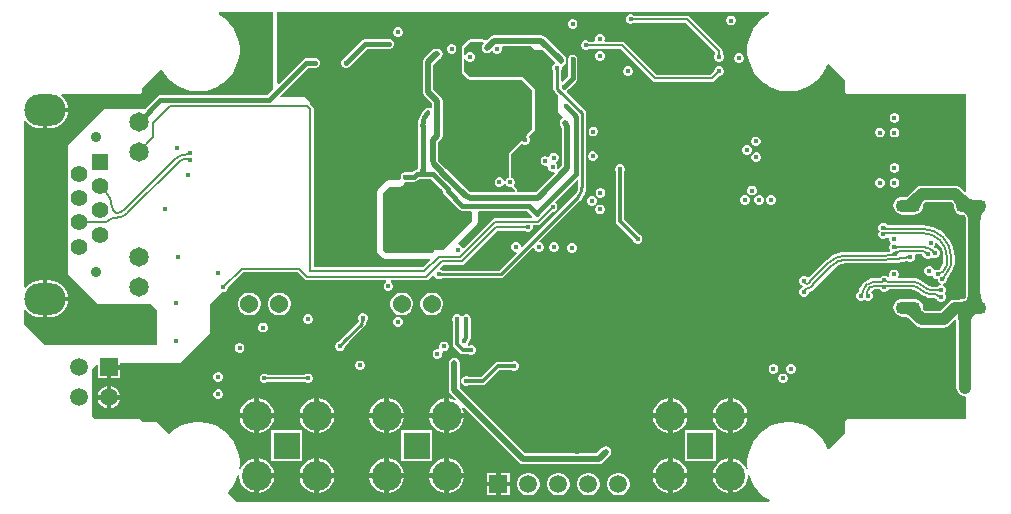
<source format=gbl>
G04*
G04 #@! TF.GenerationSoftware,Altium Limited,Altium Designer,24.4.1 (13)*
G04*
G04 Layer_Physical_Order=4*
G04 Layer_Color=16711680*
%FSLAX44Y44*%
%MOMM*%
G71*
G04*
G04 #@! TF.SameCoordinates,F44D32EE-D624-4937-AF30-22848A2776C4*
G04*
G04*
G04 #@! TF.FilePolarity,Positive*
G04*
G01*
G75*
%ADD12C,0.2000*%
%ADD84C,1.5000*%
%ADD85R,1.5000X1.5000*%
%ADD92C,0.3000*%
%ADD93C,0.2326*%
%ADD94C,0.4000*%
%ADD95C,0.2030*%
%ADD96C,0.1945*%
%ADD97C,0.1856*%
%ADD100C,0.5000*%
%ADD102C,1.0000*%
%ADD104C,0.9000*%
%ADD105O,3.5000X2.7000*%
%ADD106C,1.6500*%
%ADD107C,1.4000*%
%ADD108R,1.4000X1.4000*%
%ADD109C,1.5400*%
%ADD110C,2.5500*%
%ADD111R,2.2500X2.2500*%
%ADD112O,2.6000X1.1000*%
%ADD113O,2.1000X1.1000*%
%ADD114C,0.4200*%
G36*
X791896Y790827D02*
X791314Y790244D01*
X790319Y788756D01*
X789970Y787000D01*
X790319Y785244D01*
X791314Y783756D01*
X792802Y782761D01*
X794558Y782412D01*
X796314Y782761D01*
X797802Y783756D01*
X798189Y784142D01*
X799434Y783894D01*
X799524Y783678D01*
X800678Y782524D01*
X802185Y781900D01*
X803816D01*
X805322Y782524D01*
X806476Y783678D01*
X807100Y785184D01*
Y786815D01*
X806965Y787142D01*
X807813Y788412D01*
X831588D01*
X835000Y785000D01*
X842011D01*
X852019Y774992D01*
X851721Y773494D01*
X851677Y773476D01*
X850524Y772322D01*
X849900Y770816D01*
Y769184D01*
X850524Y767678D01*
X850775Y767427D01*
Y752000D01*
X851021Y750766D01*
X851720Y749720D01*
X853230Y748209D01*
X853266Y748185D01*
X853291Y748150D01*
X855000Y746529D01*
Y732000D01*
X858604Y728396D01*
X858300Y726904D01*
X857314Y726244D01*
X856319Y724756D01*
X855970Y723000D01*
X856319Y721244D01*
X857314Y719756D01*
X857912Y719158D01*
Y686842D01*
X854924Y683854D01*
X853847Y684574D01*
X854100Y685184D01*
Y686815D01*
X853476Y688322D01*
X852846Y688952D01*
X853090Y690428D01*
X853322Y690524D01*
X854476Y691677D01*
X855100Y693184D01*
Y694816D01*
X854476Y696322D01*
X853322Y697476D01*
X851815Y698100D01*
X850184D01*
X848678Y697476D01*
X847524Y696322D01*
X847144Y695405D01*
X846612Y694803D01*
X845630Y694763D01*
X844816Y695100D01*
X843184D01*
X841677Y694476D01*
X840524Y693322D01*
X839900Y691815D01*
Y690184D01*
X840524Y688678D01*
X841677Y687524D01*
X843184Y686900D01*
X844727D01*
X844824Y686893D01*
X845900Y685975D01*
Y685184D01*
X846524Y683678D01*
X847678Y682524D01*
X849184Y681900D01*
X850816D01*
X851426Y682153D01*
X852146Y681076D01*
X835658Y664588D01*
X820000D01*
Y667000D01*
X816899Y670101D01*
X817476Y670678D01*
X818100Y672185D01*
Y673816D01*
X817476Y675322D01*
X816322Y676476D01*
X815000Y677024D01*
Y697000D01*
X823880Y705880D01*
X824236Y705524D01*
X825742Y704900D01*
X827374D01*
X828880Y705524D01*
X830034Y706678D01*
X830658Y708185D01*
Y709816D01*
X830034Y711322D01*
X829678Y711678D01*
X835000Y717000D01*
Y752000D01*
X825000Y762000D01*
X780000D01*
X775000Y767000D01*
Y777038D01*
X776270Y777291D01*
X776524Y776677D01*
X777678Y775524D01*
X779184Y774900D01*
X780816D01*
X782322Y775524D01*
X783476Y776677D01*
X784100Y778184D01*
Y779816D01*
X783476Y781322D01*
X782322Y782476D01*
X780816Y783100D01*
X779184D01*
X777678Y782476D01*
X776524Y781322D01*
X776270Y780709D01*
X775000Y780962D01*
Y787000D01*
X780000Y792000D01*
X780000D01*
X780000Y792000D01*
X780000Y792000D01*
X791410D01*
X791896Y790827D01*
D02*
G37*
G36*
X613000Y751268D02*
X608311Y746578D01*
X517800D01*
X517800Y746578D01*
X516239Y746268D01*
X514916Y745384D01*
X514916Y745384D01*
X504532Y735000D01*
X470000D01*
X440000Y705000D01*
Y595000D01*
X465000Y570000D01*
X510000D01*
X515000Y565000D01*
Y535000D01*
X420000D01*
X402549Y552451D01*
Y564499D01*
X403819Y564954D01*
X405187Y563287D01*
X407547Y561350D01*
X410240Y559911D01*
X413162Y559024D01*
X416200Y558725D01*
X418200D01*
Y574300D01*
Y589875D01*
X416200D01*
X413162Y589576D01*
X410240Y588689D01*
X407547Y587250D01*
X405187Y585313D01*
X403819Y583646D01*
X402549Y584101D01*
Y724499D01*
X403819Y724954D01*
X405187Y723287D01*
X407547Y721350D01*
X410240Y719911D01*
X413162Y719024D01*
X416200Y718725D01*
X418200D01*
Y734300D01*
X420200D01*
Y736300D01*
X439578D01*
X439476Y737338D01*
X438589Y740260D01*
X437150Y742953D01*
X435213Y745313D01*
X434156Y746181D01*
X434610Y747451D01*
X500000D01*
X500975Y747645D01*
X501802Y748198D01*
X502355Y749025D01*
X502549Y750000D01*
Y752549D01*
X518150Y768150D01*
X519409Y767984D01*
X520835Y765513D01*
X523629Y761873D01*
X526873Y758629D01*
X530513Y755836D01*
X534486Y753542D01*
X538725Y751786D01*
X543157Y750599D01*
X547706Y750000D01*
X550000Y750000D01*
X552294Y750000D01*
X556842Y750598D01*
X561274Y751786D01*
X565513Y753541D01*
X569487Y755835D01*
X573127Y758629D01*
X576371Y761873D01*
X579164Y765513D01*
X581458Y769486D01*
X583214Y773725D01*
X584401Y778157D01*
X585000Y782706D01*
X585000Y785000D01*
X585000Y787294D01*
X584401Y791843D01*
X583214Y796274D01*
X581458Y800513D01*
X579164Y804487D01*
X576371Y808127D01*
X573126Y811371D01*
X569486Y814164D01*
X567426Y815353D01*
X567218Y816747D01*
X567857Y817451D01*
X613000D01*
Y751268D01*
D02*
G37*
G36*
X757132Y666021D02*
Y665290D01*
X757131Y665290D01*
X757442Y663729D01*
X758326Y662406D01*
X770616Y650116D01*
X771939Y649232D01*
X773500Y648922D01*
X773500Y648922D01*
X780532D01*
X781481Y647652D01*
X781451Y647500D01*
Y640056D01*
X756944Y615549D01*
X751000D01*
X750025Y615355D01*
X749198Y614802D01*
X747944Y613549D01*
X709056D01*
X706549Y616056D01*
Y633000D01*
Y663944D01*
X712056Y669451D01*
X721000D01*
X721975Y669645D01*
X722802Y670198D01*
X723302Y670698D01*
X723855Y671525D01*
X724006Y672282D01*
X724190Y672613D01*
X725165Y673400D01*
X726257D01*
X726402Y673460D01*
X733080D01*
X733080Y673460D01*
X734641Y673770D01*
X735964Y674654D01*
X737231Y675922D01*
X738446D01*
X738446Y675922D01*
X738446Y675922D01*
X747230D01*
X757132Y666021D01*
D02*
G37*
G36*
X1034007Y816181D02*
X1030513Y814164D01*
X1026873Y811370D01*
X1023629Y808126D01*
X1020836Y804486D01*
X1018542Y800513D01*
X1016786Y796274D01*
X1015599Y791843D01*
X1015000Y787294D01*
Y785000D01*
X1015000Y782706D01*
X1015598Y778157D01*
X1016786Y773725D01*
X1018541Y769486D01*
X1020835Y765513D01*
X1023628Y761873D01*
X1026873Y758629D01*
X1030513Y755836D01*
X1034486Y753542D01*
X1038725Y751786D01*
X1043157Y750599D01*
X1047706Y750000D01*
X1050000Y750000D01*
X1052294Y750000D01*
X1056842Y750598D01*
X1061274Y751786D01*
X1065513Y753541D01*
X1069487Y755835D01*
X1073127Y758629D01*
X1076371Y761873D01*
X1079164Y765513D01*
X1081458Y769486D01*
X1082706Y772498D01*
X1084204Y772796D01*
X1097451Y759549D01*
Y750000D01*
X1097645Y749025D01*
X1098198Y748198D01*
X1099025Y747645D01*
X1100000Y747451D01*
X1200000D01*
Y665386D01*
X1198827Y664900D01*
X1195734Y667992D01*
X1194272Y669115D01*
X1192569Y669820D01*
X1190742Y670060D01*
X1162458D01*
X1160630Y669820D01*
X1158928Y669115D01*
X1157465Y667992D01*
X1151299Y661826D01*
X1151056Y661509D01*
X1150332Y660967D01*
X1150021Y660765D01*
X1146100D01*
X1144142Y660507D01*
X1142318Y659751D01*
X1140751Y658549D01*
X1139549Y656982D01*
X1138793Y655158D01*
X1138535Y653200D01*
X1138793Y651242D01*
X1139549Y649418D01*
X1140751Y647851D01*
X1142318Y646649D01*
X1144142Y645893D01*
X1146100Y645635D01*
X1156100D01*
X1158058Y645893D01*
X1159882Y646649D01*
X1161449Y647851D01*
X1162651Y649418D01*
X1163407Y651242D01*
X1163665Y653200D01*
X1163550Y654067D01*
X1163599Y654157D01*
X1165382Y655940D01*
X1187818D01*
X1189495Y654262D01*
X1189589Y654113D01*
X1189663Y653970D01*
X1189535Y653000D01*
X1189793Y651042D01*
X1190549Y649218D01*
X1191751Y647651D01*
X1193318Y646449D01*
X1195142Y645693D01*
X1197100Y645435D01*
X1198607D01*
X1198908Y645121D01*
X1199296Y644489D01*
X1199657Y643597D01*
X1199940Y642520D01*
Y577080D01*
X1199657Y576003D01*
X1199296Y575111D01*
X1198909Y574479D01*
X1198607Y574165D01*
X1197100D01*
X1195142Y573907D01*
X1194085Y573469D01*
X1190409D01*
X1188581Y573228D01*
X1186879Y572523D01*
X1185416Y571401D01*
X1178075Y564060D01*
X1165382D01*
X1163599Y565843D01*
X1163550Y565933D01*
X1163665Y566800D01*
X1163407Y568758D01*
X1162651Y570582D01*
X1161449Y572149D01*
X1159882Y573351D01*
X1158058Y574107D01*
X1156100Y574365D01*
X1146100D01*
X1144142Y574107D01*
X1142318Y573351D01*
X1140751Y572149D01*
X1139549Y570582D01*
X1138793Y568758D01*
X1138535Y566800D01*
X1138793Y564842D01*
X1139549Y563018D01*
X1140751Y561451D01*
X1142318Y560249D01*
X1144142Y559493D01*
X1146100Y559235D01*
X1150021D01*
X1150280Y559067D01*
X1151311Y558162D01*
X1157465Y552008D01*
X1158928Y550886D01*
X1160630Y550180D01*
X1162458Y549940D01*
X1181000D01*
X1182827Y550180D01*
X1184530Y550886D01*
X1185992Y552008D01*
X1190766Y556781D01*
X1191940Y556295D01*
Y551000D01*
Y520000D01*
Y499000D01*
X1192180Y497173D01*
X1192886Y495470D01*
X1194007Y494007D01*
X1195470Y492886D01*
X1197173Y492180D01*
X1199000Y491940D01*
X1199045Y491945D01*
X1200000Y491108D01*
Y472549D01*
X1100000D01*
X1099025Y472355D01*
X1098198Y471802D01*
X1097645Y470975D01*
X1097451Y470000D01*
Y460451D01*
X1084203Y447203D01*
X1082705Y447501D01*
X1081458Y450513D01*
X1079164Y454487D01*
X1076371Y458127D01*
X1073126Y461371D01*
X1069486Y464164D01*
X1065513Y466458D01*
X1061274Y468214D01*
X1056842Y469401D01*
X1052293Y470000D01*
X1049999Y470000D01*
X1047705D01*
X1043157Y469401D01*
X1038725Y468213D01*
X1034486Y466458D01*
X1030513Y464164D01*
X1026873Y461371D01*
X1023629Y458126D01*
X1020836Y454486D01*
X1018542Y450513D01*
X1016786Y446274D01*
X1015599Y441843D01*
X1015000Y437294D01*
Y435000D01*
X1015000Y432706D01*
X1015287Y430522D01*
X1014050Y430190D01*
X1013471Y431587D01*
X1011857Y434003D01*
X1009803Y436057D01*
X1007387Y437671D01*
X1004702Y438783D01*
X1002400Y439241D01*
Y424600D01*
Y409959D01*
X1004702Y410417D01*
X1007387Y411529D01*
X1009803Y413143D01*
X1011857Y415197D01*
X1013471Y417613D01*
X1014583Y420298D01*
X1015150Y423147D01*
Y424923D01*
X1016420Y425090D01*
X1016786Y423725D01*
X1018541Y419486D01*
X1020835Y415513D01*
X1023628Y411873D01*
X1026873Y408629D01*
X1030513Y405836D01*
X1034006Y403819D01*
X1033666Y402549D01*
X582451Y402549D01*
X574749Y410251D01*
X576371Y411873D01*
X579164Y415513D01*
X581458Y419486D01*
X583214Y423725D01*
X583580Y425092D01*
X584850Y424925D01*
Y423147D01*
X585417Y420298D01*
X586529Y417613D01*
X588143Y415197D01*
X590197Y413143D01*
X592613Y411529D01*
X595298Y410417D01*
X597600Y409959D01*
Y424600D01*
Y439241D01*
X595298Y438783D01*
X592613Y437671D01*
X590197Y436057D01*
X588143Y434003D01*
X586529Y431587D01*
X585949Y430188D01*
X584712Y430520D01*
X585000Y432706D01*
X585000Y435000D01*
X585000Y437294D01*
X584401Y441843D01*
X583214Y446274D01*
X581458Y450513D01*
X579164Y454487D01*
X576371Y458127D01*
X573126Y461371D01*
X569486Y464164D01*
X565513Y466458D01*
X561274Y468214D01*
X556842Y469401D01*
X552294Y470000D01*
X550000Y470000D01*
X547705D01*
X543157Y469401D01*
X538725Y468213D01*
X534486Y466458D01*
X530513Y464164D01*
X526873Y461371D01*
X525251Y459749D01*
X520000Y465000D01*
X515000Y470000D01*
X502549Y470000D01*
X502355Y470975D01*
X501802Y471802D01*
X500975Y472355D01*
X500000Y472549D01*
X462451D01*
X460000Y475000D01*
Y515000D01*
X463727Y518727D01*
X464900Y518241D01*
Y506900D01*
X472400D01*
Y516400D01*
X474400D01*
Y518400D01*
X483900D01*
Y520000D01*
X535000D01*
X560000Y545000D01*
Y570000D01*
X569983Y579983D01*
X570185Y579900D01*
X571815D01*
X573322Y580524D01*
X574476Y581678D01*
X575100Y583185D01*
Y583774D01*
X588267Y596941D01*
X634233D01*
X640337Y590837D01*
X641329Y590174D01*
X642500Y589941D01*
X708897D01*
X709149Y588671D01*
X708678Y588476D01*
X707524Y587322D01*
X706900Y585816D01*
Y584184D01*
X707524Y582677D01*
X708678Y581524D01*
X710184Y580900D01*
X711815D01*
X713322Y581524D01*
X714476Y582677D01*
X715100Y584184D01*
Y585816D01*
X714476Y587322D01*
X713322Y588476D01*
X712851Y588671D01*
X713103Y589941D01*
X743000D01*
X743000Y589941D01*
X744171Y590174D01*
X745163Y590837D01*
X748727Y594401D01*
X750019Y593897D01*
X750524Y592678D01*
X751677Y591524D01*
X753184Y590900D01*
X754816D01*
X756322Y591524D01*
X756573Y591775D01*
X806000D01*
X807234Y592021D01*
X808280Y592720D01*
X833279Y617719D01*
X834549Y617192D01*
Y617184D01*
X835173Y615678D01*
X836327Y614524D01*
X837834Y613900D01*
X839465D01*
X840972Y614524D01*
X842125Y615678D01*
X842749Y617184D01*
Y618816D01*
X842125Y620322D01*
X840972Y621476D01*
X839465Y622100D01*
X839457D01*
X838931Y623370D01*
X872846Y657286D01*
X873749Y658172D01*
X873751Y658174D01*
X874527Y659120D01*
X875656Y660495D01*
X877071Y663142D01*
X877942Y666015D01*
X878117Y667784D01*
X878237Y669002D01*
X878236Y669010D01*
X878225Y670275D01*
Y732000D01*
X878216Y732042D01*
X878224Y732085D01*
X878094Y732658D01*
X877979Y733234D01*
X877955Y733270D01*
X877946Y733312D01*
X877607Y733792D01*
X877280Y734280D01*
X877244Y734304D01*
X877219Y734340D01*
X861663Y749098D01*
X861894Y750347D01*
X862322Y750524D01*
X863476Y751677D01*
X863497Y751730D01*
X869884Y758116D01*
X870768Y759439D01*
X871078Y761000D01*
Y776132D01*
X871100Y776184D01*
Y777815D01*
X870476Y779322D01*
X869322Y780476D01*
X867815Y781100D01*
X866184D01*
X864678Y780476D01*
X863524Y779322D01*
X862900Y777815D01*
Y776184D01*
X862922Y776132D01*
Y762689D01*
X858495Y758262D01*
X857225Y758789D01*
Y767427D01*
X857476Y767678D01*
X858100Y769184D01*
Y770816D01*
X858587Y771728D01*
X858756Y771761D01*
X860244Y772756D01*
X861239Y774244D01*
X861588Y776000D01*
Y776500D01*
X861239Y778256D01*
X860244Y779744D01*
X843744Y796244D01*
X842256Y797239D01*
X840500Y797588D01*
X800558D01*
X798802Y797239D01*
X797314Y796244D01*
X794384Y793315D01*
X792852Y793442D01*
X792190Y793884D01*
X791410Y794039D01*
X780000D01*
X779220Y793884D01*
X778558Y793442D01*
X778558Y793442D01*
X773558Y788442D01*
X773116Y787780D01*
X772961Y787000D01*
Y780962D01*
X773000Y780764D01*
Y780564D01*
X773077Y780378D01*
X773116Y780181D01*
X773228Y780014D01*
X773304Y779829D01*
X773423Y779597D01*
X773495Y779000D01*
X773423Y778402D01*
X773305Y778171D01*
X773228Y777986D01*
X773116Y777819D01*
X773077Y777622D01*
X773000Y777436D01*
Y777235D01*
X772961Y777038D01*
Y767000D01*
X772961Y767000D01*
X773116Y766220D01*
X773558Y765558D01*
X778558Y760558D01*
X779220Y760116D01*
X780000Y759961D01*
X824155D01*
X832961Y751155D01*
Y717845D01*
X828236Y713120D01*
X827794Y712458D01*
X827639Y711678D01*
X827794Y710898D01*
X828236Y710236D01*
X828236Y710236D01*
X828305Y710167D01*
X828619Y709410D01*
Y708590D01*
X828305Y707833D01*
X827725Y707253D01*
X826968Y706939D01*
X826148D01*
X825391Y707253D01*
X825322Y707322D01*
X824660Y707764D01*
X823880Y707919D01*
X823100Y707764D01*
X822438Y707322D01*
X822438Y707322D01*
X813558Y698442D01*
X813116Y697780D01*
X812961Y697000D01*
Y677024D01*
X812964Y677009D01*
X811678Y676476D01*
X810524Y675322D01*
X810187Y674509D01*
X808813D01*
X808476Y675322D01*
X807322Y676476D01*
X805816Y677100D01*
X804184D01*
X802678Y676476D01*
X801524Y675322D01*
X800900Y673816D01*
Y672185D01*
X801524Y670678D01*
X802678Y669524D01*
X804184Y668900D01*
X805816D01*
X807322Y669524D01*
X808476Y670678D01*
X808813Y671491D01*
X810187D01*
X810524Y670678D01*
X811678Y669524D01*
X813185Y668900D01*
X814816D01*
X815192Y669056D01*
X815457Y668659D01*
X815457Y668659D01*
X817961Y666155D01*
Y664588D01*
X781412D01*
X780144Y664596D01*
X779865Y664712D01*
Y664712D01*
X779849Y664712D01*
X759498Y684445D01*
X759498Y684451D01*
X759498Y684451D01*
X759411Y684557D01*
X759400Y684546D01*
X754137Y690340D01*
X753298Y691286D01*
X753188Y691553D01*
X753180Y692820D01*
Y706743D01*
X755802Y709366D01*
X756797Y710855D01*
X757146Y712610D01*
Y742000D01*
X756797Y743756D01*
X755802Y745244D01*
X749146Y751900D01*
Y772599D01*
X753682Y777135D01*
X754314Y777261D01*
X755802Y778256D01*
X756797Y779744D01*
X757146Y781500D01*
X756797Y783256D01*
X755802Y784744D01*
X754314Y785739D01*
X752558Y786088D01*
X751558D01*
X749802Y785739D01*
X748314Y784744D01*
X741314Y777744D01*
X740319Y776256D01*
X739970Y774500D01*
X740069Y774000D01*
X739970Y773500D01*
Y750000D01*
X740319Y748244D01*
X741314Y746756D01*
X747970Y740099D01*
Y736046D01*
X746700Y735551D01*
X745374Y736100D01*
X743743D01*
X742236Y735476D01*
X741082Y734323D01*
X740970Y734051D01*
X739218Y731917D01*
X737402Y728518D01*
X736283Y724831D01*
X735905Y720996D01*
X735922D01*
Y712734D01*
X735922Y685236D01*
X735542Y684078D01*
X733981Y683768D01*
X732658Y682884D01*
X731391Y681617D01*
X725480D01*
X725480Y681617D01*
X725396Y681600D01*
X724626D01*
X723120Y680976D01*
X721966Y679822D01*
X721342Y678316D01*
Y676684D01*
X721522Y676250D01*
X721522Y676233D01*
X720710Y674892D01*
X720525Y674855D01*
X720067Y674549D01*
X711000D01*
X710025Y674355D01*
X709198Y673802D01*
X702198Y666802D01*
X701645Y665975D01*
X701451Y665000D01*
Y633000D01*
Y615000D01*
X701645Y614025D01*
X702198Y613198D01*
X706198Y609198D01*
X707025Y608645D01*
X708000Y608451D01*
X745961D01*
X746447Y607278D01*
X740228Y601059D01*
X648059D01*
Y735000D01*
X648059Y735000D01*
X647826Y736171D01*
X647163Y737163D01*
X645000Y739326D01*
Y740000D01*
X640000Y745000D01*
X620064D01*
X619211Y745943D01*
X643189Y769922D01*
X648132D01*
X648185Y769900D01*
X649816D01*
X651322Y770524D01*
X652476Y771678D01*
X653100Y773185D01*
Y774816D01*
X652476Y776322D01*
X651322Y777476D01*
X649816Y778100D01*
X648185D01*
X648132Y778078D01*
X641500D01*
X639939Y777768D01*
X638616Y776884D01*
X638616Y776884D01*
X618173Y756441D01*
X617000Y756927D01*
Y817451D01*
X1033667Y817451D01*
X1034007Y816181D01*
D02*
G37*
G36*
X1165993Y659464D02*
X1165122Y658575D01*
X1163087Y656256D01*
X1162601Y655600D01*
X1162212Y655003D01*
X1161918Y654464D01*
X1161721Y653984D01*
X1161621Y653563D01*
X1161617Y653200D01*
X1148963Y658686D01*
X1149328Y658650D01*
X1149833Y658796D01*
X1150478Y659125D01*
X1151263Y659636D01*
X1152189Y660330D01*
X1154461Y662264D01*
X1158922Y666535D01*
X1165993Y659464D01*
D02*
G37*
G36*
X1195958Y664879D02*
X1202239Y659436D01*
X1203071Y658915D01*
X1203762Y658583D01*
X1204311Y658440D01*
X1204720Y658486D01*
X1191583Y653000D01*
X1191583Y653397D01*
X1191486Y653849D01*
X1191291Y654357D01*
X1191000Y654920D01*
X1190611Y655538D01*
X1190124Y656213D01*
X1188860Y657728D01*
X1187207Y659464D01*
X1194278Y666535D01*
X1195958Y664879D01*
D02*
G37*
G36*
X808920Y648922D02*
X828182D01*
X832839Y644265D01*
X832978Y643929D01*
X832442Y642659D01*
X801650D01*
X800480Y642426D01*
X799487Y641763D01*
X799487Y641763D01*
X775201Y617476D01*
X773703Y617774D01*
X773476Y618322D01*
X772322Y619476D01*
X770816Y620100D01*
X770501D01*
X769975Y621370D01*
X785802Y637198D01*
X786355Y638025D01*
X786549Y639000D01*
Y647500D01*
X786519Y647652D01*
X787468Y648922D01*
X804080D01*
X804081Y648922D01*
X804583Y649022D01*
X808417D01*
X808920Y648922D01*
D02*
G37*
G36*
X1215241Y648430D02*
X1214561Y647652D01*
X1213960Y646764D01*
X1213440Y645767D01*
X1213000Y644660D01*
X1212640Y643444D01*
X1212360Y642118D01*
X1212160Y640683D01*
X1212040Y639138D01*
X1212000Y637483D01*
X1202000D01*
X1201950Y639466D01*
X1201800Y641231D01*
X1201550Y642779D01*
X1201201Y644109D01*
X1200751Y645223D01*
X1200201Y646118D01*
X1199552Y646796D01*
X1198802Y647257D01*
X1197953Y647501D01*
X1197004Y647527D01*
X1216001Y649099D01*
X1215241Y648430D01*
D02*
G37*
G36*
X871775Y674790D02*
Y669008D01*
X871775Y669008D01*
X871775Y669007D01*
X871627Y667798D01*
X871484Y666709D01*
X870599Y664571D01*
X869209Y662760D01*
X869181Y662741D01*
X824312Y617873D01*
X823042Y618399D01*
Y619315D01*
X822418Y620822D01*
X821264Y621976D01*
X819758Y622600D01*
X818126D01*
X816619Y621976D01*
X815466Y620822D01*
X814842Y619315D01*
Y617684D01*
X815466Y616177D01*
X816619Y615024D01*
X818126Y614400D01*
X819043D01*
X819569Y613130D01*
X804664Y598225D01*
X756573D01*
X756322Y598476D01*
X755103Y598981D01*
X754599Y600273D01*
X757267Y602941D01*
X773000D01*
X773000Y602941D01*
X774171Y603174D01*
X775163Y603837D01*
X803267Y631941D01*
X826261D01*
X826678Y631524D01*
X828185Y630900D01*
X829816D01*
X831322Y631524D01*
X832476Y632678D01*
X833100Y634184D01*
Y635816D01*
X833585Y636541D01*
X837600D01*
X837600Y636541D01*
X838771Y636774D01*
X839763Y637437D01*
X850226Y647900D01*
X850816D01*
X852322Y648524D01*
X853476Y649678D01*
X854100Y651184D01*
Y652815D01*
X853476Y654322D01*
X852322Y655476D01*
X852303Y655484D01*
X852055Y656730D01*
X870602Y675276D01*
X871775Y674790D01*
D02*
G37*
G36*
X1212040Y580462D02*
X1212160Y578917D01*
X1212360Y577482D01*
X1212640Y576156D01*
X1213000Y574940D01*
X1213440Y573833D01*
X1213960Y572836D01*
X1214561Y571948D01*
X1215241Y571170D01*
X1216001Y570501D01*
X1197004Y572073D01*
X1197953Y572099D01*
X1198802Y572343D01*
X1199552Y572803D01*
X1200201Y573482D01*
X1200751Y574377D01*
X1201201Y575490D01*
X1201550Y576821D01*
X1201800Y578369D01*
X1201950Y580134D01*
X1202000Y582117D01*
X1212000D01*
X1212040Y580462D01*
D02*
G37*
G36*
X1209000Y561114D02*
X1208050Y561161D01*
X1207200Y560974D01*
X1206450Y560555D01*
X1205800Y559901D01*
X1205250Y559015D01*
X1204800Y557895D01*
X1204450Y556542D01*
X1204200Y554956D01*
X1204050Y553136D01*
X1204000Y551083D01*
X1194000Y552085D01*
X1193983Y553925D01*
X1193581Y559809D01*
X1193396Y560911D01*
X1193178Y561865D01*
X1192926Y562672D01*
X1192641Y563330D01*
X1192322Y563842D01*
X1209000Y561114D01*
D02*
G37*
G36*
X1161621Y566437D02*
X1161721Y566016D01*
X1161918Y565536D01*
X1162212Y564997D01*
X1162601Y564400D01*
X1163087Y563744D01*
X1164348Y562257D01*
X1165993Y560536D01*
X1158922Y553465D01*
X1157295Y555071D01*
X1151263Y560364D01*
X1150478Y560875D01*
X1149833Y561204D01*
X1149328Y561350D01*
X1148963Y561314D01*
X1161617Y566800D01*
X1161621Y566437D01*
D02*
G37*
%LPC*%
G36*
X439578Y732300D02*
X422200D01*
Y718725D01*
X424200D01*
X427239Y719024D01*
X430160Y719911D01*
X432853Y721350D01*
X435213Y723287D01*
X437150Y725647D01*
X438589Y728340D01*
X439476Y731262D01*
X439578Y732300D01*
D02*
G37*
G36*
X424200Y589875D02*
X422200D01*
Y576300D01*
X439578D01*
X439476Y577338D01*
X438589Y580260D01*
X437150Y582953D01*
X435213Y585313D01*
X432853Y587250D01*
X430160Y588689D01*
X427239Y589576D01*
X424200Y589875D01*
D02*
G37*
G36*
X439578Y572300D02*
X422200D01*
Y558725D01*
X424200D01*
X427239Y559024D01*
X430160Y559911D01*
X432853Y561350D01*
X435213Y563287D01*
X437150Y565647D01*
X438589Y568340D01*
X439476Y571261D01*
X439578Y572300D01*
D02*
G37*
G36*
X1001815Y814100D02*
X1000184D01*
X998678Y813476D01*
X997524Y812322D01*
X996900Y810816D01*
Y809184D01*
X997524Y807678D01*
X998678Y806524D01*
X1000184Y805900D01*
X1001815D01*
X1003323Y806524D01*
X1004476Y807678D01*
X1005100Y809184D01*
Y810816D01*
X1004476Y812322D01*
X1003323Y813476D01*
X1001815Y814100D01*
D02*
G37*
G36*
X867815Y811100D02*
X866184D01*
X864678Y810476D01*
X863524Y809323D01*
X862900Y807816D01*
Y806184D01*
X863524Y804678D01*
X864678Y803524D01*
X866184Y802900D01*
X867815D01*
X869322Y803524D01*
X870476Y804678D01*
X871100Y806184D01*
Y807816D01*
X870476Y809323D01*
X869322Y810476D01*
X867815Y811100D01*
D02*
G37*
G36*
X719816Y804100D02*
X718184D01*
X716677Y803476D01*
X715524Y802322D01*
X714900Y800816D01*
Y799184D01*
X715524Y797678D01*
X716677Y796524D01*
X718184Y795900D01*
X719816D01*
X721322Y796524D01*
X722476Y797678D01*
X723100Y799184D01*
Y800816D01*
X722476Y802322D01*
X721322Y803476D01*
X719816Y804100D01*
D02*
G37*
G36*
X890816Y798350D02*
X889184D01*
X887678Y797726D01*
X886524Y796572D01*
X885900Y795066D01*
Y793435D01*
X886026Y793130D01*
X885321Y792074D01*
X880724D01*
X880322Y792476D01*
X878816Y793100D01*
X877185D01*
X875677Y792476D01*
X874524Y791322D01*
X873900Y789816D01*
Y788185D01*
X874524Y786677D01*
X875677Y785524D01*
X877185Y784900D01*
X878816D01*
X880322Y785524D01*
X880724Y785926D01*
X907727D01*
X912326Y781326D01*
X912326Y781326D01*
X934826Y758826D01*
X934826Y758826D01*
X935824Y758160D01*
X937000Y757926D01*
X937000Y757926D01*
X985000D01*
X985000Y757926D01*
X986176Y758160D01*
X987174Y758826D01*
X991247Y762900D01*
X991815D01*
X993322Y763524D01*
X994476Y764678D01*
X995100Y766184D01*
Y767815D01*
X994476Y769322D01*
X993322Y770476D01*
X991815Y771100D01*
X990184D01*
X988678Y770476D01*
X987524Y769322D01*
X986900Y767815D01*
Y767247D01*
X983727Y764074D01*
X938273D01*
X916674Y785674D01*
X916674Y785674D01*
X911174Y791174D01*
X910176Y791840D01*
X909000Y792074D01*
X909000Y792074D01*
X894679D01*
X893974Y793130D01*
X894100Y793435D01*
Y795066D01*
X893476Y796572D01*
X892322Y797726D01*
X890816Y798350D01*
D02*
G37*
G36*
X712316Y794100D02*
X710684D01*
X710632Y794078D01*
X691000D01*
X689439Y793768D01*
X688116Y792884D01*
X688116Y792884D01*
X672730Y777497D01*
X672678Y777476D01*
X671524Y776322D01*
X670900Y774816D01*
Y773185D01*
X671524Y771678D01*
X672678Y770524D01*
X674184Y769900D01*
X675816D01*
X677322Y770524D01*
X678476Y771678D01*
X678497Y771730D01*
X692689Y785922D01*
X710632D01*
X710684Y785900D01*
X712316D01*
X713822Y786524D01*
X714976Y787678D01*
X715600Y789184D01*
Y790816D01*
X714976Y792322D01*
X713822Y793476D01*
X712316Y794100D01*
D02*
G37*
G36*
X765374Y790100D02*
X763743D01*
X762236Y789476D01*
X761082Y788323D01*
X760458Y786815D01*
Y785184D01*
X761082Y783678D01*
X762236Y782524D01*
X763743Y781900D01*
X765374D01*
X766880Y782524D01*
X768034Y783678D01*
X768658Y785184D01*
Y786815D01*
X768034Y788323D01*
X766880Y789476D01*
X765374Y790100D01*
D02*
G37*
G36*
X890816Y784100D02*
X889184D01*
X887678Y783476D01*
X886524Y782322D01*
X885900Y780816D01*
Y779184D01*
X886524Y777678D01*
X887678Y776524D01*
X889184Y775900D01*
X890816D01*
X892322Y776524D01*
X893476Y777678D01*
X894100Y779184D01*
Y780816D01*
X893476Y782322D01*
X892322Y783476D01*
X890816Y784100D01*
D02*
G37*
G36*
X916815Y815100D02*
X915184D01*
X913678Y814476D01*
X912524Y813323D01*
X911900Y811815D01*
Y810184D01*
X912524Y808678D01*
X913678Y807524D01*
X915184Y806900D01*
X916815D01*
X918322Y807524D01*
X918724Y807926D01*
X962727D01*
X987781Y782872D01*
Y781579D01*
X987524Y781322D01*
X986900Y779816D01*
Y778184D01*
X987524Y776677D01*
X988678Y775524D01*
X990184Y774900D01*
X991815D01*
X993322Y775524D01*
X994476Y776677D01*
X995100Y778184D01*
Y779816D01*
X994476Y781322D01*
X993929Y781869D01*
Y784145D01*
X993929Y784145D01*
X993695Y785321D01*
X993029Y786319D01*
X993029Y786319D01*
X966174Y813174D01*
X965176Y813840D01*
X964000Y814074D01*
X964000Y814074D01*
X918724D01*
X918322Y814476D01*
X916815Y815100D01*
D02*
G37*
G36*
X1008816Y782100D02*
X1007184D01*
X1005677Y781476D01*
X1004524Y780322D01*
X1003900Y778816D01*
Y777185D01*
X1004524Y775677D01*
X1005677Y774524D01*
X1007184Y773900D01*
X1008816D01*
X1010322Y774524D01*
X1011476Y775677D01*
X1012100Y777185D01*
Y778816D01*
X1011476Y780322D01*
X1010322Y781476D01*
X1008816Y782100D01*
D02*
G37*
G36*
X914816Y771100D02*
X913185D01*
X911678Y770476D01*
X910524Y769322D01*
X909900Y767815D01*
Y766184D01*
X910524Y764678D01*
X911678Y763524D01*
X913185Y762900D01*
X914816D01*
X916322Y763524D01*
X917476Y764678D01*
X918100Y766184D01*
Y767815D01*
X917476Y769322D01*
X916322Y770476D01*
X914816Y771100D01*
D02*
G37*
G36*
X1140317Y731770D02*
X1138686D01*
X1137179Y731146D01*
X1136026Y729992D01*
X1135402Y728485D01*
Y726854D01*
X1136026Y725348D01*
X1137179Y724194D01*
X1138686Y723570D01*
X1140317D01*
X1141824Y724194D01*
X1142978Y725348D01*
X1143602Y726854D01*
Y728485D01*
X1142978Y729992D01*
X1141824Y731146D01*
X1140317Y731770D01*
D02*
G37*
G36*
X885374Y720100D02*
X883743D01*
X882236Y719476D01*
X881082Y718323D01*
X880458Y716816D01*
Y715184D01*
X881082Y713678D01*
X882236Y712524D01*
X883743Y711900D01*
X885374D01*
X886880Y712524D01*
X888034Y713678D01*
X888658Y715184D01*
Y716816D01*
X888034Y718323D01*
X886880Y719476D01*
X885374Y720100D01*
D02*
G37*
G36*
X1140317Y719270D02*
X1138686D01*
X1137179Y718646D01*
X1136026Y717492D01*
X1135402Y715985D01*
Y714354D01*
X1136026Y712848D01*
X1137179Y711694D01*
X1138686Y711070D01*
X1140317D01*
X1141824Y711694D01*
X1142978Y712848D01*
X1143602Y714354D01*
Y715985D01*
X1142978Y717492D01*
X1141824Y718646D01*
X1140317Y719270D01*
D02*
G37*
G36*
X1127817D02*
X1126186D01*
X1124679Y718646D01*
X1123526Y717492D01*
X1122902Y715985D01*
Y714354D01*
X1123526Y712848D01*
X1124679Y711694D01*
X1126186Y711070D01*
X1127817D01*
X1129324Y711694D01*
X1130478Y712848D01*
X1131102Y714354D01*
Y715985D01*
X1130478Y717492D01*
X1129324Y718646D01*
X1127817Y719270D01*
D02*
G37*
G36*
X1022817Y711770D02*
X1021186D01*
X1019679Y711146D01*
X1018526Y709992D01*
X1017902Y708485D01*
Y706854D01*
X1018526Y705348D01*
X1019679Y704194D01*
X1021186Y703570D01*
X1022817D01*
X1024324Y704194D01*
X1025478Y705348D01*
X1026102Y706854D01*
Y708485D01*
X1025478Y709992D01*
X1024324Y711146D01*
X1022817Y711770D01*
D02*
G37*
G36*
X1015317Y704270D02*
X1013686D01*
X1012179Y703646D01*
X1011026Y702492D01*
X1010402Y700985D01*
Y699354D01*
X1011026Y697848D01*
X1012179Y696694D01*
X1013686Y696070D01*
X1015317D01*
X1016824Y696694D01*
X1017978Y697848D01*
X1018602Y699354D01*
Y700985D01*
X1017978Y702492D01*
X1016824Y703646D01*
X1015317Y704270D01*
D02*
G37*
G36*
X884816Y699100D02*
X883184D01*
X881677Y698476D01*
X880524Y697322D01*
X879900Y695816D01*
Y694184D01*
X880524Y692678D01*
X881677Y691524D01*
X883184Y690900D01*
X884816D01*
X886322Y691524D01*
X887476Y692678D01*
X888100Y694184D01*
Y695816D01*
X887476Y697322D01*
X886322Y698476D01*
X884816Y699100D01*
D02*
G37*
G36*
X1023317Y698270D02*
X1021686D01*
X1020179Y697646D01*
X1019026Y696492D01*
X1018402Y694986D01*
Y693354D01*
X1019026Y691848D01*
X1020179Y690694D01*
X1021686Y690070D01*
X1023317D01*
X1024824Y690694D01*
X1025978Y691848D01*
X1026602Y693354D01*
Y694986D01*
X1025978Y696492D01*
X1024824Y697646D01*
X1023317Y698270D01*
D02*
G37*
G36*
X1140317Y689270D02*
X1138686D01*
X1137179Y688646D01*
X1136026Y687492D01*
X1135402Y685985D01*
Y684354D01*
X1136026Y682848D01*
X1137179Y681694D01*
X1138686Y681070D01*
X1140317D01*
X1141824Y681694D01*
X1142978Y682848D01*
X1143602Y684354D01*
Y685985D01*
X1142978Y687492D01*
X1141824Y688646D01*
X1140317Y689270D01*
D02*
G37*
G36*
Y676770D02*
X1138686D01*
X1137179Y676146D01*
X1136026Y674992D01*
X1135402Y673485D01*
Y671854D01*
X1136026Y670348D01*
X1137179Y669194D01*
X1138686Y668570D01*
X1140317D01*
X1141824Y669194D01*
X1142978Y670348D01*
X1143602Y671854D01*
Y673485D01*
X1142978Y674992D01*
X1141824Y676146D01*
X1140317Y676770D01*
D02*
G37*
G36*
X1127817D02*
X1126186D01*
X1124679Y676146D01*
X1123526Y674992D01*
X1122902Y673485D01*
Y671854D01*
X1123526Y670348D01*
X1124679Y669194D01*
X1126186Y668570D01*
X1127817D01*
X1129324Y669194D01*
X1130478Y670348D01*
X1131102Y671854D01*
Y673485D01*
X1130478Y674992D01*
X1129324Y676146D01*
X1127817Y676770D01*
D02*
G37*
G36*
X1019816Y670100D02*
X1018185D01*
X1016677Y669476D01*
X1015524Y668322D01*
X1014900Y666815D01*
Y665184D01*
X1015524Y663678D01*
X1016677Y662524D01*
X1018185Y661900D01*
X1019816D01*
X1021322Y662524D01*
X1022476Y663678D01*
X1023100Y665184D01*
Y666815D01*
X1022476Y668322D01*
X1021322Y669476D01*
X1019816Y670100D01*
D02*
G37*
G36*
X891374Y668100D02*
X889743D01*
X888236Y667476D01*
X887082Y666322D01*
X886458Y664816D01*
Y663185D01*
X887082Y661678D01*
X888236Y660524D01*
X889743Y659900D01*
X891374D01*
X892880Y660524D01*
X894034Y661678D01*
X894658Y663185D01*
Y664816D01*
X894034Y666322D01*
X892880Y667476D01*
X891374Y668100D01*
D02*
G37*
G36*
X1025816Y662100D02*
X1024184D01*
X1022678Y661476D01*
X1021524Y660322D01*
X1020900Y658816D01*
Y657185D01*
X1021524Y655678D01*
X1022678Y654524D01*
X1024184Y653900D01*
X1025816D01*
X1027322Y654524D01*
X1028476Y655678D01*
X1029100Y657185D01*
Y658816D01*
X1028476Y660322D01*
X1027322Y661476D01*
X1025816Y662100D01*
D02*
G37*
G36*
X1013816D02*
X1012185D01*
X1010678Y661476D01*
X1009524Y660322D01*
X1008900Y658816D01*
Y657185D01*
X1009524Y655678D01*
X1010678Y654524D01*
X1012185Y653900D01*
X1013816D01*
X1015322Y654524D01*
X1016476Y655678D01*
X1017100Y657185D01*
Y658816D01*
X1016476Y660322D01*
X1015322Y661476D01*
X1013816Y662100D01*
D02*
G37*
G36*
X1035907Y662077D02*
X1034276D01*
X1032769Y661452D01*
X1031616Y660299D01*
X1030992Y658792D01*
Y657161D01*
X1031616Y655654D01*
X1032769Y654501D01*
X1034276Y653877D01*
X1035907D01*
X1037414Y654501D01*
X1038568Y655654D01*
X1039192Y657161D01*
Y658792D01*
X1038568Y660299D01*
X1037414Y661452D01*
X1035907Y662077D01*
D02*
G37*
G36*
X884374Y661100D02*
X882742D01*
X881236Y660476D01*
X880082Y659323D01*
X879458Y657815D01*
Y656184D01*
X880082Y654678D01*
X881236Y653524D01*
X882742Y652900D01*
X884374D01*
X885881Y653524D01*
X887034Y654678D01*
X887658Y656184D01*
Y657815D01*
X887034Y659323D01*
X885881Y660476D01*
X884374Y661100D01*
D02*
G37*
G36*
X890816Y654100D02*
X889184D01*
X887678Y653476D01*
X886524Y652322D01*
X885900Y650816D01*
Y649184D01*
X886524Y647678D01*
X887678Y646524D01*
X889184Y645900D01*
X890816D01*
X892322Y646524D01*
X893476Y647678D01*
X894100Y649184D01*
Y650816D01*
X893476Y652322D01*
X892322Y653476D01*
X890816Y654100D01*
D02*
G37*
G36*
X907816Y688100D02*
X906184D01*
X904678Y687476D01*
X903524Y686322D01*
X902900Y684816D01*
Y683185D01*
X903431Y681902D01*
Y640000D01*
X903703Y638634D01*
X904477Y637477D01*
X917993Y623960D01*
X918524Y622677D01*
X919678Y621524D01*
X921184Y620900D01*
X922816D01*
X924323Y621524D01*
X925476Y622677D01*
X926100Y624184D01*
Y625816D01*
X925476Y627322D01*
X924323Y628476D01*
X923039Y629007D01*
X910569Y641478D01*
Y681902D01*
X911100Y683185D01*
Y684816D01*
X910476Y686322D01*
X909323Y687476D01*
X907816Y688100D01*
D02*
G37*
G36*
X851965Y622100D02*
X850334D01*
X848827Y621476D01*
X847673Y620322D01*
X847049Y618816D01*
Y617184D01*
X847673Y615678D01*
X848827Y614524D01*
X850334Y613900D01*
X851965D01*
X853472Y614524D01*
X854625Y615678D01*
X855249Y617184D01*
Y618816D01*
X854625Y620322D01*
X853472Y621476D01*
X851965Y622100D01*
D02*
G37*
G36*
X867316Y621600D02*
X865685D01*
X864178Y620976D01*
X863024Y619823D01*
X862400Y618316D01*
Y616684D01*
X863024Y615178D01*
X864178Y614024D01*
X865685Y613400D01*
X867316D01*
X868822Y614024D01*
X869976Y615178D01*
X870600Y616684D01*
Y618316D01*
X869976Y619823D01*
X868822Y620976D01*
X867316Y621600D01*
D02*
G37*
G36*
X1130816Y638800D02*
X1129184D01*
X1127678Y638176D01*
X1126524Y637022D01*
X1125900Y635516D01*
Y633885D01*
X1126524Y632378D01*
X1127052Y631850D01*
X1126524Y631323D01*
X1125900Y629816D01*
Y628185D01*
X1126524Y626678D01*
X1127678Y625524D01*
X1129184Y624900D01*
X1130816D01*
X1132322Y625524D01*
X1133206Y626408D01*
X1133782Y626436D01*
X1134028Y626299D01*
X1134900Y625413D01*
Y624184D01*
X1135524Y622677D01*
X1135872Y622330D01*
X1136655Y621500D01*
X1135872Y620670D01*
X1135524Y620322D01*
X1134900Y618816D01*
Y617184D01*
X1135524Y615678D01*
X1135626Y615576D01*
X1135601Y615332D01*
X1135393Y614507D01*
X1135187Y614219D01*
X1132027Y614084D01*
X1132010Y614083D01*
X1130804Y614195D01*
D01*
X1129639Y614048D01*
X1129487Y614031D01*
X1098185D01*
X1097462Y614031D01*
X1097461Y614031D01*
X1097452Y614039D01*
X1097452Y614042D01*
X1097125Y614020D01*
X1097124Y614020D01*
X1097120Y614019D01*
X1097095Y614016D01*
X1096921Y613994D01*
X1096920Y613994D01*
X1096238Y613905D01*
X1094976Y613776D01*
X1093876Y613667D01*
X1089513Y612344D01*
X1085492Y610195D01*
X1081992Y607322D01*
X1082023Y607282D01*
X1067434Y592692D01*
X1065680Y592734D01*
X1065322Y593092D01*
X1063816Y593716D01*
X1062185D01*
X1060678Y593092D01*
X1059524Y591938D01*
X1058900Y590432D01*
Y588800D01*
X1059524Y587294D01*
X1060678Y586140D01*
X1061231Y585911D01*
X1061436Y585592D01*
X1061647Y585000D01*
X1061436Y584408D01*
X1061231Y584089D01*
X1060678Y583860D01*
X1059524Y582706D01*
X1058900Y581199D01*
Y579568D01*
X1059524Y578062D01*
X1060678Y576908D01*
X1062185Y576284D01*
X1063816D01*
X1065322Y576908D01*
X1066476Y578062D01*
X1067100Y579568D01*
Y580412D01*
X1067665Y580486D01*
X1069717Y581336D01*
X1071479Y582688D01*
X1072084Y583477D01*
X1072918Y584403D01*
X1072919Y584405D01*
X1073689Y585402D01*
X1087899Y599613D01*
X1088796Y600509D01*
X1088796Y600510D01*
X1088797Y600511D01*
X1088797D01*
X1089750Y601298D01*
X1091576Y602699D01*
X1094874Y604065D01*
X1097364Y604393D01*
X1097481Y604291D01*
X1097550Y604319D01*
X1098814Y604453D01*
X1130729D01*
X1130730Y604453D01*
X1130730Y604453D01*
X1130807Y604439D01*
X1131167Y604461D01*
X1132059Y604499D01*
X1134677Y604611D01*
X1135896Y604510D01*
X1135918Y604519D01*
X1137131Y604691D01*
X1140253Y604760D01*
X1140403Y604793D01*
X1141072Y604881D01*
X1141408Y604874D01*
X1150699Y606516D01*
X1152185Y605900D01*
X1153816D01*
X1155322Y606524D01*
X1156476Y607678D01*
X1157100Y609184D01*
Y610816D01*
X1157060Y610913D01*
X1157765Y611969D01*
X1162660D01*
X1163046Y611809D01*
X1163046Y611809D01*
X1163977Y610998D01*
X1164524Y609678D01*
X1165678Y608524D01*
X1167185Y607900D01*
X1168816D01*
X1170322Y608524D01*
X1170630Y608832D01*
X1171677Y609524D01*
X1173184Y608900D01*
X1174816D01*
X1176322Y609524D01*
X1177476Y610677D01*
X1178100Y612184D01*
Y613815D01*
X1177476Y615322D01*
X1176322Y616476D01*
X1174816Y617100D01*
X1173848D01*
X1173216Y617624D01*
X1172966Y618860D01*
X1172979Y619027D01*
X1173080Y619282D01*
X1173476Y619678D01*
X1174100Y621185D01*
Y621678D01*
X1175370Y622278D01*
X1175825Y621905D01*
X1175857Y621857D01*
X1175901Y621828D01*
X1178040Y619220D01*
X1179655Y616200D01*
X1180649Y612923D01*
X1180979Y609566D01*
X1180969Y609515D01*
Y605314D01*
X1180969Y605314D01*
X1180969Y604728D01*
X1180847Y604435D01*
X1177821Y599435D01*
X1177622Y599352D01*
X1176816Y599100D01*
X1175184D01*
X1174370Y598763D01*
X1173388Y598804D01*
X1172856Y599405D01*
X1172476Y600322D01*
X1171322Y601476D01*
X1169816Y602100D01*
X1168185D01*
X1166677Y601476D01*
X1165524Y600322D01*
X1164900Y598815D01*
Y597184D01*
X1165524Y595677D01*
X1166677Y594524D01*
X1168185Y593900D01*
X1169816D01*
X1170630Y594237D01*
X1171612Y594196D01*
X1172144Y593595D01*
X1172524Y592678D01*
X1173678Y591524D01*
X1175184Y590900D01*
X1175930D01*
Y590154D01*
X1176555Y588647D01*
X1177708Y587494D01*
X1178731Y587070D01*
X1178478Y585800D01*
X1178185D01*
X1176678Y585176D01*
X1176233Y584731D01*
X1171258Y584731D01*
X1171244Y584746D01*
Y584746D01*
X1171243Y584746D01*
X1169556Y584968D01*
X1167968Y585626D01*
X1167551Y585945D01*
X1166595Y586703D01*
X1166595Y586703D01*
X1163872Y588938D01*
X1160765Y590599D01*
X1157393Y591622D01*
X1153887Y591967D01*
Y591939D01*
X1143396D01*
X1142696Y593209D01*
X1143100Y594184D01*
Y595816D01*
X1142476Y597323D01*
X1141322Y598476D01*
X1139816Y599100D01*
X1138185D01*
X1136678Y598476D01*
X1135524Y597323D01*
X1134900Y595816D01*
Y594184D01*
X1135247Y593348D01*
X1134170Y592628D01*
X1133322Y593476D01*
X1131815Y594100D01*
X1130184D01*
X1128678Y593476D01*
X1127524Y592322D01*
X1127365Y591939D01*
X1122349D01*
Y591977D01*
X1119422Y591592D01*
X1116694Y590462D01*
X1114352Y588665D01*
X1114379Y588637D01*
X1114379Y588637D01*
X1113076Y587334D01*
X1112162Y586451D01*
X1112162Y586451D01*
X1110683Y584523D01*
X1109753Y582278D01*
X1109547Y580712D01*
X1108978Y580476D01*
X1107824Y579322D01*
X1107200Y577816D01*
Y576184D01*
X1107824Y574678D01*
X1108978Y573524D01*
X1110484Y572900D01*
X1112116D01*
X1113623Y573524D01*
X1114150Y574052D01*
X1114678Y573524D01*
X1116184Y572900D01*
X1117815D01*
X1119323Y573524D01*
X1120476Y574678D01*
X1121100Y576184D01*
Y577816D01*
X1120476Y579322D01*
X1119542Y580256D01*
X1121143Y581857D01*
X1121169Y581831D01*
X1121716Y582197D01*
X1122361Y582325D01*
Y582361D01*
X1127365D01*
X1127524Y581978D01*
X1128678Y580824D01*
X1130184Y580200D01*
X1131815D01*
X1133322Y580824D01*
X1134476Y581978D01*
X1134635Y582361D01*
X1153853D01*
X1153864Y582363D01*
X1156040Y582077D01*
X1158079Y581232D01*
X1158856Y580636D01*
X1159811Y579878D01*
X1159828Y579858D01*
X1160763Y579091D01*
X1162272Y577852D01*
X1165061Y576362D01*
X1168086Y575444D01*
X1170005Y575255D01*
X1171233Y575134D01*
X1171233Y575134D01*
X1171991Y575145D01*
X1173196Y574989D01*
Y574990D01*
X1173269Y575039D01*
X1175298Y574222D01*
X1175524Y573677D01*
X1176678Y572524D01*
X1178185Y571900D01*
X1179816D01*
X1181322Y572524D01*
X1182476Y573677D01*
X1183100Y575184D01*
Y576815D01*
X1182476Y578322D01*
X1181948Y578850D01*
X1182476Y579378D01*
X1183100Y580884D01*
Y582515D01*
X1182476Y584022D01*
X1181322Y585176D01*
X1180299Y585600D01*
X1180552Y586870D01*
X1180846D01*
X1182353Y587494D01*
X1183506Y588647D01*
X1184130Y590154D01*
Y591625D01*
X1185543Y593716D01*
X1185608Y593871D01*
X1185686Y593973D01*
X1185758Y594050D01*
X1185768Y594067D01*
X1185771Y594076D01*
X1185777Y594083D01*
X1189320Y599935D01*
X1189327Y599956D01*
X1189421Y600079D01*
X1190271Y602131D01*
X1190526Y604066D01*
X1190561Y604332D01*
X1190561D01*
X1190547Y605314D01*
X1190547Y606569D01*
Y609515D01*
X1190572D01*
X1190239Y613747D01*
X1189248Y617876D01*
X1187623Y621799D01*
X1185404Y625419D01*
X1183453Y627703D01*
X1182647Y628647D01*
X1182647Y628647D01*
X1182638Y628658D01*
X1182637Y628658D01*
X1179376Y631444D01*
X1175718Y633685D01*
X1171755Y635327D01*
X1167583Y636328D01*
X1163307Y636665D01*
Y636639D01*
X1133635D01*
X1133476Y637022D01*
X1132322Y638176D01*
X1130816Y638800D01*
D02*
G37*
G36*
X748977Y579700D02*
X746423D01*
X743956Y579039D01*
X741744Y577762D01*
X739938Y575956D01*
X738661Y573744D01*
X738000Y571277D01*
Y568723D01*
X738661Y566256D01*
X739938Y564044D01*
X741744Y562238D01*
X743956Y560961D01*
X746423Y560300D01*
X748977D01*
X751444Y560961D01*
X753656Y562238D01*
X755462Y564044D01*
X756739Y566256D01*
X757400Y568723D01*
Y571277D01*
X756739Y573744D01*
X755462Y575956D01*
X753656Y577762D01*
X751444Y579039D01*
X748977Y579700D01*
D02*
G37*
G36*
X723577D02*
X721023D01*
X718556Y579039D01*
X716344Y577762D01*
X714538Y575956D01*
X713261Y573744D01*
X712600Y571277D01*
Y568723D01*
X713261Y566256D01*
X714538Y564044D01*
X716344Y562238D01*
X718556Y560961D01*
X721023Y560300D01*
X723577D01*
X726044Y560961D01*
X728256Y562238D01*
X730062Y564044D01*
X731339Y566256D01*
X732000Y568723D01*
Y571277D01*
X731339Y573744D01*
X730062Y575956D01*
X728256Y577762D01*
X726044Y579039D01*
X723577Y579700D01*
D02*
G37*
G36*
X619977D02*
X617423D01*
X614956Y579039D01*
X612744Y577762D01*
X610938Y575956D01*
X609661Y573744D01*
X609000Y571277D01*
Y568723D01*
X609661Y566256D01*
X610938Y564044D01*
X612744Y562238D01*
X614956Y560961D01*
X617423Y560300D01*
X619977D01*
X622444Y560961D01*
X624656Y562238D01*
X626462Y564044D01*
X627739Y566256D01*
X628400Y568723D01*
Y571277D01*
X627739Y573744D01*
X626462Y575956D01*
X624656Y577762D01*
X622444Y579039D01*
X619977Y579700D01*
D02*
G37*
G36*
X594577D02*
X592023D01*
X589556Y579039D01*
X587344Y577762D01*
X585538Y575956D01*
X584261Y573744D01*
X583600Y571277D01*
Y568723D01*
X584261Y566256D01*
X585538Y564044D01*
X587344Y562238D01*
X589556Y560961D01*
X592023Y560300D01*
X594577D01*
X597044Y560961D01*
X599256Y562238D01*
X601062Y564044D01*
X602339Y566256D01*
X603000Y568723D01*
Y571277D01*
X602339Y573744D01*
X601062Y575956D01*
X599256Y577762D01*
X597044Y579039D01*
X594577Y579700D01*
D02*
G37*
G36*
X777815Y561100D02*
X776184D01*
X774678Y560476D01*
X773755Y559553D01*
X773000Y559417D01*
X772245Y559553D01*
X771322Y560476D01*
X769816Y561100D01*
X768185D01*
X766678Y560476D01*
X765524Y559323D01*
X764900Y557816D01*
Y556185D01*
X765431Y554902D01*
Y536000D01*
X765703Y534634D01*
X766477Y533477D01*
X771477Y528477D01*
X772634Y527703D01*
X774000Y527431D01*
X778902D01*
X780184Y526900D01*
X781815D01*
X783322Y527524D01*
X784476Y528678D01*
X785100Y530185D01*
Y531815D01*
X784476Y533322D01*
X783322Y534476D01*
X781815Y535100D01*
X780184D01*
X779265Y534719D01*
X778553Y534959D01*
X778187Y536388D01*
X778476Y536678D01*
X779007Y537961D01*
X779523Y538477D01*
X780297Y539634D01*
X780569Y541000D01*
Y554902D01*
X781100Y556185D01*
Y557816D01*
X780476Y559323D01*
X779322Y560476D01*
X777815Y561100D01*
D02*
G37*
G36*
X690066Y562350D02*
X688435D01*
X686928Y561726D01*
X685774Y560573D01*
X685150Y559066D01*
Y557435D01*
X685774Y555928D01*
X685835Y555867D01*
X685796Y555363D01*
X685792Y555353D01*
X672034Y541594D01*
X671974Y541595D01*
X671960Y541586D01*
X671922Y541528D01*
X671598Y541115D01*
X671205Y540627D01*
X669155Y538088D01*
X667678Y537476D01*
X666524Y536322D01*
X665900Y534815D01*
Y533185D01*
X666524Y531678D01*
X667678Y530524D01*
X669184Y529900D01*
X670816D01*
X672322Y530524D01*
X673476Y531678D01*
X674100Y533185D01*
Y533945D01*
X675753Y535993D01*
X676652Y536889D01*
X676655Y536890D01*
X676802Y537079D01*
X677241Y537633D01*
X677514Y537954D01*
X690603Y551042D01*
X690611Y551043D01*
X690638Y551016D01*
X691844Y552822D01*
X692237Y554796D01*
X692339Y554789D01*
X692357Y554832D01*
X692735Y555949D01*
X693350Y557435D01*
Y559066D01*
X692726Y560573D01*
X691572Y561726D01*
X690066Y562350D01*
D02*
G37*
G36*
X643816Y561100D02*
X642185D01*
X640678Y560476D01*
X639524Y559323D01*
X638900Y557816D01*
Y556185D01*
X639524Y554678D01*
X640678Y553524D01*
X642185Y552900D01*
X643816D01*
X645322Y553524D01*
X646476Y554678D01*
X647100Y556185D01*
Y557816D01*
X646476Y559323D01*
X645322Y560476D01*
X643816Y561100D01*
D02*
G37*
G36*
X719816Y559100D02*
X718185D01*
X716678Y558476D01*
X715524Y557323D01*
X714900Y555816D01*
Y554184D01*
X715524Y552678D01*
X716678Y551524D01*
X718185Y550900D01*
X719816D01*
X721322Y551524D01*
X722476Y552678D01*
X723100Y554184D01*
Y555816D01*
X722476Y557323D01*
X721322Y558476D01*
X719816Y559100D01*
D02*
G37*
G36*
X605816Y554100D02*
X604184D01*
X602678Y553476D01*
X601524Y552322D01*
X600900Y550816D01*
Y549184D01*
X601524Y547677D01*
X602678Y546524D01*
X604184Y545900D01*
X605816D01*
X607323Y546524D01*
X608476Y547677D01*
X609100Y549184D01*
Y550816D01*
X608476Y552322D01*
X607323Y553476D01*
X605816Y554100D01*
D02*
G37*
G36*
X585816Y537100D02*
X584184D01*
X582677Y536476D01*
X581524Y535322D01*
X580900Y533815D01*
Y532184D01*
X581524Y530678D01*
X582677Y529524D01*
X584184Y528900D01*
X585816D01*
X587322Y529524D01*
X588476Y530678D01*
X589100Y532184D01*
Y533815D01*
X588476Y535322D01*
X587322Y536476D01*
X585816Y537100D01*
D02*
G37*
G36*
X758816Y538100D02*
X757185D01*
X755678Y537476D01*
X754524Y536322D01*
X753900Y534815D01*
Y533185D01*
X754126Y532639D01*
X753650Y532029D01*
X753182Y531600D01*
X751684D01*
X750178Y530976D01*
X749024Y529823D01*
X748400Y528316D01*
Y526684D01*
X749024Y525178D01*
X750178Y524024D01*
X751684Y523400D01*
X753316D01*
X754822Y524024D01*
X755976Y525178D01*
X756600Y526684D01*
Y528316D01*
X756374Y528861D01*
X756850Y529471D01*
X757318Y529900D01*
X758816D01*
X760322Y530524D01*
X761476Y531678D01*
X762100Y533185D01*
Y534815D01*
X761476Y536322D01*
X760322Y537476D01*
X758816Y538100D01*
D02*
G37*
G36*
X687815Y522100D02*
X686184D01*
X684678Y521476D01*
X683524Y520322D01*
X682900Y518815D01*
Y517184D01*
X683524Y515678D01*
X684678Y514524D01*
X686184Y513900D01*
X687815D01*
X689322Y514524D01*
X690476Y515678D01*
X691100Y517184D01*
Y518815D01*
X690476Y520322D01*
X689322Y521476D01*
X687815Y522100D01*
D02*
G37*
G36*
X818316Y521600D02*
X816684D01*
X815402Y521069D01*
X803500D01*
X802134Y520797D01*
X800977Y520023D01*
X789522Y508569D01*
X779098D01*
X777815Y509100D01*
X776184D01*
X774678Y508476D01*
X773524Y507323D01*
X772900Y505816D01*
Y504184D01*
X773524Y502678D01*
X774678Y501524D01*
X776184Y500900D01*
X777815D01*
X779098Y501431D01*
X791000D01*
X792366Y501703D01*
X793523Y502477D01*
X804978Y513931D01*
X815402D01*
X816684Y513400D01*
X818316D01*
X819822Y514024D01*
X820976Y515178D01*
X821600Y516684D01*
Y518316D01*
X820976Y519823D01*
X819822Y520976D01*
X818316Y521600D01*
D02*
G37*
G36*
X1052815Y519100D02*
X1051184D01*
X1049678Y518476D01*
X1048524Y517323D01*
X1047900Y515816D01*
Y514184D01*
X1048524Y512678D01*
X1049678Y511524D01*
X1051184Y510900D01*
X1052815D01*
X1054323Y511524D01*
X1055476Y512678D01*
X1056100Y514184D01*
Y515816D01*
X1055476Y517323D01*
X1054323Y518476D01*
X1052815Y519100D01*
D02*
G37*
G36*
X1037816D02*
X1036184D01*
X1034678Y518476D01*
X1033524Y517323D01*
X1032900Y515816D01*
Y514184D01*
X1033524Y512678D01*
X1034678Y511524D01*
X1036184Y510900D01*
X1037816D01*
X1039323Y511524D01*
X1040476Y512678D01*
X1041100Y514184D01*
Y515816D01*
X1040476Y517323D01*
X1039323Y518476D01*
X1037816Y519100D01*
D02*
G37*
G36*
X643816Y511100D02*
X642185D01*
X640678Y510476D01*
X640260Y510059D01*
X608740D01*
X608322Y510476D01*
X606816Y511100D01*
X605185D01*
X603678Y510476D01*
X602524Y509323D01*
X601900Y507816D01*
Y506185D01*
X602524Y504678D01*
X603678Y503524D01*
X605185Y502900D01*
X606816D01*
X608322Y503524D01*
X608740Y503941D01*
X640260D01*
X640678Y503524D01*
X642185Y502900D01*
X643816D01*
X645322Y503524D01*
X646476Y504678D01*
X647100Y506185D01*
Y507816D01*
X646476Y509323D01*
X645322Y510476D01*
X643816Y511100D01*
D02*
G37*
G36*
X483900Y514400D02*
X476400D01*
Y506900D01*
X483900D01*
Y514400D01*
D02*
G37*
G36*
X567816Y512100D02*
X566185D01*
X564678Y511476D01*
X563524Y510322D01*
X562900Y508815D01*
Y507184D01*
X563524Y505678D01*
X564678Y504524D01*
X566185Y503900D01*
X567816D01*
X569323Y504524D01*
X570476Y505678D01*
X571100Y507184D01*
Y508815D01*
X570476Y510322D01*
X569323Y511476D01*
X567816Y512100D01*
D02*
G37*
G36*
X1045816Y511100D02*
X1044184D01*
X1042678Y510476D01*
X1041524Y509323D01*
X1040900Y507816D01*
Y506185D01*
X1041524Y504678D01*
X1042678Y503524D01*
X1044184Y502900D01*
X1045816D01*
X1047322Y503524D01*
X1048476Y504678D01*
X1049100Y506185D01*
Y507816D01*
X1048476Y509323D01*
X1047322Y510476D01*
X1045816Y511100D01*
D02*
G37*
G36*
X476400Y500299D02*
Y493000D01*
X483699D01*
X483253Y494667D01*
X482002Y496833D01*
X480233Y498602D01*
X478067Y499852D01*
X476400Y500299D01*
D02*
G37*
G36*
X472400Y500299D02*
X470733Y499852D01*
X468567Y498602D01*
X466798Y496833D01*
X465547Y494667D01*
X465101Y493000D01*
X472400D01*
Y500299D01*
D02*
G37*
G36*
X567816Y497600D02*
X566185D01*
X564678Y496976D01*
X563524Y495822D01*
X562900Y494315D01*
Y492685D01*
X563524Y491178D01*
X564678Y490024D01*
X566185Y489400D01*
X567816D01*
X569323Y490024D01*
X570476Y491178D01*
X571100Y492685D01*
Y494315D01*
X570476Y495822D01*
X569323Y496976D01*
X567816Y497600D01*
D02*
G37*
G36*
X766900Y524588D02*
X765144Y524239D01*
X763656Y523244D01*
X762661Y521756D01*
X762312Y520000D01*
Y505000D01*
Y497100D01*
X762661Y495344D01*
X763656Y493856D01*
X767862Y489649D01*
X767143Y488572D01*
X764702Y489583D01*
X762400Y490041D01*
Y477400D01*
X775041D01*
X774583Y479702D01*
X773572Y482143D01*
X774649Y482863D01*
X821756Y435756D01*
X823244Y434761D01*
X825000Y434412D01*
X867971D01*
X868473Y434312D01*
X873527D01*
X874029Y434412D01*
X889000D01*
X890756Y434761D01*
X892244Y435756D01*
X898244Y441756D01*
X899239Y443244D01*
X899588Y445000D01*
X899239Y446756D01*
X898244Y448244D01*
X896756Y449239D01*
X895000Y449588D01*
X893244Y449239D01*
X891756Y448244D01*
X887100Y443588D01*
X873627D01*
X873124Y443488D01*
X868876D01*
X868373Y443588D01*
X826900D01*
X771488Y499000D01*
Y505000D01*
Y520000D01*
X771139Y521756D01*
X770144Y523244D01*
X768656Y524239D01*
X766900Y524588D01*
D02*
G37*
G36*
X472400Y489000D02*
X465101D01*
X465547Y487333D01*
X466798Y485167D01*
X468567Y483398D01*
X470733Y482147D01*
X472400Y481701D01*
Y489000D01*
D02*
G37*
G36*
X483699D02*
X476400D01*
Y481701D01*
X478067Y482147D01*
X480233Y483398D01*
X482002Y485167D01*
X483253Y487333D01*
X483699Y489000D01*
D02*
G37*
G36*
X1002400Y490041D02*
Y477400D01*
X1015041D01*
X1014583Y479702D01*
X1013471Y482387D01*
X1011857Y484803D01*
X1009803Y486857D01*
X1007387Y488471D01*
X1004702Y489583D01*
X1002400Y490041D01*
D02*
G37*
G36*
X998400D02*
X996098Y489583D01*
X993413Y488471D01*
X990997Y486857D01*
X988943Y484803D01*
X987329Y482387D01*
X986217Y479702D01*
X985759Y477400D01*
X998400D01*
Y490041D01*
D02*
G37*
G36*
X951600D02*
Y477400D01*
X964241D01*
X963783Y479702D01*
X962671Y482387D01*
X961057Y484803D01*
X959003Y486857D01*
X956587Y488471D01*
X953902Y489583D01*
X951600Y490041D01*
D02*
G37*
G36*
X947600D02*
X945298Y489583D01*
X942613Y488471D01*
X940197Y486857D01*
X938143Y484803D01*
X936529Y482387D01*
X935417Y479702D01*
X934959Y477400D01*
X947600D01*
Y490041D01*
D02*
G37*
G36*
X758400D02*
X756098Y489583D01*
X753413Y488471D01*
X750997Y486857D01*
X748943Y484803D01*
X747329Y482387D01*
X746217Y479702D01*
X745759Y477400D01*
X758400D01*
Y490041D01*
D02*
G37*
G36*
X711600D02*
Y477400D01*
X724241D01*
X723783Y479702D01*
X722671Y482387D01*
X721057Y484803D01*
X719003Y486857D01*
X716587Y488471D01*
X713902Y489583D01*
X711600Y490041D01*
D02*
G37*
G36*
X707600D02*
X705298Y489583D01*
X702613Y488471D01*
X700197Y486857D01*
X698143Y484803D01*
X696529Y482387D01*
X695417Y479702D01*
X694959Y477400D01*
X707600D01*
Y490041D01*
D02*
G37*
G36*
X652400D02*
Y477400D01*
X665041D01*
X664583Y479702D01*
X663471Y482387D01*
X661857Y484803D01*
X659803Y486857D01*
X657387Y488471D01*
X654702Y489583D01*
X652400Y490041D01*
D02*
G37*
G36*
X648400D02*
X646098Y489583D01*
X643413Y488471D01*
X640997Y486857D01*
X638943Y484803D01*
X637329Y482387D01*
X636217Y479702D01*
X635759Y477400D01*
X648400D01*
Y490041D01*
D02*
G37*
G36*
X601600D02*
Y477400D01*
X614241D01*
X613783Y479702D01*
X612671Y482387D01*
X611057Y484803D01*
X609003Y486857D01*
X606587Y488471D01*
X603902Y489583D01*
X601600Y490041D01*
D02*
G37*
G36*
X597600D02*
X595298Y489583D01*
X592613Y488471D01*
X590197Y486857D01*
X588143Y484803D01*
X586529Y482387D01*
X585417Y479702D01*
X584959Y477400D01*
X597600D01*
Y490041D01*
D02*
G37*
G36*
X1015041Y473400D02*
X1002400D01*
Y460759D01*
X1004702Y461217D01*
X1007387Y462329D01*
X1009803Y463943D01*
X1011857Y465997D01*
X1013471Y468413D01*
X1014583Y471098D01*
X1015041Y473400D01*
D02*
G37*
G36*
X998400D02*
X985759D01*
X986217Y471098D01*
X987329Y468413D01*
X988943Y465997D01*
X990997Y463943D01*
X993413Y462329D01*
X996098Y461217D01*
X998400Y460759D01*
Y473400D01*
D02*
G37*
G36*
X964241D02*
X951600D01*
Y460759D01*
X953902Y461217D01*
X956587Y462329D01*
X959003Y463943D01*
X961057Y465997D01*
X962671Y468413D01*
X963783Y471098D01*
X964241Y473400D01*
D02*
G37*
G36*
X947600D02*
X934959D01*
X935417Y471098D01*
X936529Y468413D01*
X938143Y465997D01*
X940197Y463943D01*
X942613Y462329D01*
X945298Y461217D01*
X947600Y460759D01*
Y473400D01*
D02*
G37*
G36*
X775041D02*
X762400D01*
Y460759D01*
X764702Y461217D01*
X767387Y462329D01*
X769803Y463943D01*
X771857Y465997D01*
X773471Y468413D01*
X774583Y471098D01*
X775041Y473400D01*
D02*
G37*
G36*
X758400D02*
X745759D01*
X746217Y471098D01*
X747329Y468413D01*
X748943Y465997D01*
X750997Y463943D01*
X753413Y462329D01*
X756098Y461217D01*
X758400Y460759D01*
Y473400D01*
D02*
G37*
G36*
X724241D02*
X711600D01*
Y460759D01*
X713902Y461217D01*
X716587Y462329D01*
X719003Y463943D01*
X721057Y465997D01*
X722671Y468413D01*
X723783Y471098D01*
X724241Y473400D01*
D02*
G37*
G36*
X707600D02*
X694959D01*
X695417Y471098D01*
X696529Y468413D01*
X698143Y465997D01*
X700197Y463943D01*
X702613Y462329D01*
X705298Y461217D01*
X707600Y460759D01*
Y473400D01*
D02*
G37*
G36*
X665041D02*
X652400D01*
Y460759D01*
X654702Y461217D01*
X657387Y462329D01*
X659803Y463943D01*
X661857Y465997D01*
X663471Y468413D01*
X664583Y471098D01*
X665041Y473400D01*
D02*
G37*
G36*
X648400D02*
X635759D01*
X636217Y471098D01*
X637329Y468413D01*
X638943Y465997D01*
X640997Y463943D01*
X643413Y462329D01*
X646098Y461217D01*
X648400Y460759D01*
Y473400D01*
D02*
G37*
G36*
X614241D02*
X601600D01*
Y460759D01*
X603902Y461217D01*
X606587Y462329D01*
X609003Y463943D01*
X611057Y465997D01*
X612671Y468413D01*
X613783Y471098D01*
X614241Y473400D01*
D02*
G37*
G36*
X597600D02*
X584959D01*
X585417Y471098D01*
X586529Y468413D01*
X588143Y465997D01*
X590197Y463943D01*
X592613Y462329D01*
X595298Y461217D01*
X597600Y460759D01*
Y473400D01*
D02*
G37*
G36*
X988250Y463250D02*
X961750D01*
Y436750D01*
X988250D01*
Y463250D01*
D02*
G37*
G36*
X748250D02*
X721750D01*
Y436750D01*
X748250D01*
Y463250D01*
D02*
G37*
G36*
X638250D02*
X611750D01*
Y436750D01*
X638250D01*
Y463250D01*
D02*
G37*
G36*
X998400Y439241D02*
X996098Y438783D01*
X993413Y437671D01*
X990997Y436057D01*
X988943Y434003D01*
X987329Y431587D01*
X986217Y428902D01*
X985759Y426600D01*
X998400D01*
Y439241D01*
D02*
G37*
G36*
X951600D02*
Y426600D01*
X964241D01*
X963783Y428902D01*
X962671Y431587D01*
X961057Y434003D01*
X959003Y436057D01*
X956587Y437671D01*
X953902Y438783D01*
X951600Y439241D01*
D02*
G37*
G36*
X947600D02*
X945298Y438783D01*
X942613Y437671D01*
X940197Y436057D01*
X938143Y434003D01*
X936529Y431587D01*
X935417Y428902D01*
X934959Y426600D01*
X947600D01*
Y439241D01*
D02*
G37*
G36*
X762400D02*
Y426600D01*
X775041D01*
X774583Y428902D01*
X773471Y431587D01*
X771857Y434003D01*
X769803Y436057D01*
X767387Y437671D01*
X764702Y438783D01*
X762400Y439241D01*
D02*
G37*
G36*
X758400D02*
X756098Y438783D01*
X753413Y437671D01*
X750997Y436057D01*
X748943Y434003D01*
X747329Y431587D01*
X746217Y428902D01*
X745759Y426600D01*
X758400D01*
Y439241D01*
D02*
G37*
G36*
X711600D02*
Y426600D01*
X724241D01*
X723783Y428902D01*
X722671Y431587D01*
X721057Y434003D01*
X719003Y436057D01*
X716587Y437671D01*
X713902Y438783D01*
X711600Y439241D01*
D02*
G37*
G36*
X707600D02*
X705298Y438783D01*
X702613Y437671D01*
X700197Y436057D01*
X698143Y434003D01*
X696529Y431587D01*
X695417Y428902D01*
X694959Y426600D01*
X707600D01*
Y439241D01*
D02*
G37*
G36*
X652400D02*
Y426600D01*
X665041D01*
X664583Y428902D01*
X663471Y431587D01*
X661857Y434003D01*
X659803Y436057D01*
X657387Y437671D01*
X654702Y438783D01*
X652400Y439241D01*
D02*
G37*
G36*
X648400D02*
X646098Y438783D01*
X643413Y437671D01*
X640997Y436057D01*
X638943Y434003D01*
X637329Y431587D01*
X636217Y428902D01*
X635759Y426600D01*
X648400D01*
Y439241D01*
D02*
G37*
G36*
X601600D02*
Y426600D01*
X614241D01*
X613783Y428902D01*
X612671Y431587D01*
X611057Y434003D01*
X609003Y436057D01*
X606587Y437671D01*
X603902Y438783D01*
X601600Y439241D01*
D02*
G37*
G36*
X813700Y427000D02*
X806200D01*
Y419500D01*
X813700D01*
Y427000D01*
D02*
G37*
G36*
X802200D02*
X794700D01*
Y419500D01*
X802200D01*
Y427000D01*
D02*
G37*
G36*
X998400Y422600D02*
X985759D01*
X986217Y420298D01*
X987329Y417613D01*
X988943Y415197D01*
X990997Y413143D01*
X993413Y411529D01*
X996098Y410417D01*
X998400Y409959D01*
Y422600D01*
D02*
G37*
G36*
X964241D02*
X951600D01*
Y409959D01*
X953902Y410417D01*
X956587Y411529D01*
X959003Y413143D01*
X961057Y415197D01*
X962671Y417613D01*
X963783Y420298D01*
X964241Y422600D01*
D02*
G37*
G36*
X947600D02*
X934959D01*
X935417Y420298D01*
X936529Y417613D01*
X938143Y415197D01*
X940197Y413143D01*
X942613Y411529D01*
X945298Y410417D01*
X947600Y409959D01*
Y422600D01*
D02*
G37*
G36*
X775041D02*
X762400D01*
Y409959D01*
X764702Y410417D01*
X767387Y411529D01*
X769803Y413143D01*
X771857Y415197D01*
X773471Y417613D01*
X774583Y420298D01*
X775041Y422600D01*
D02*
G37*
G36*
X758400D02*
X745759D01*
X746217Y420298D01*
X747329Y417613D01*
X748943Y415197D01*
X750997Y413143D01*
X753413Y411529D01*
X756098Y410417D01*
X758400Y409959D01*
Y422600D01*
D02*
G37*
G36*
X724241D02*
X711600D01*
Y409959D01*
X713902Y410417D01*
X716587Y411529D01*
X719003Y413143D01*
X721057Y415197D01*
X722671Y417613D01*
X723783Y420298D01*
X724241Y422600D01*
D02*
G37*
G36*
X707600D02*
X694959D01*
X695417Y420298D01*
X696529Y417613D01*
X698143Y415197D01*
X700197Y413143D01*
X702613Y411529D01*
X705298Y410417D01*
X707600Y409959D01*
Y422600D01*
D02*
G37*
G36*
X665041D02*
X652400D01*
Y409959D01*
X654702Y410417D01*
X657387Y411529D01*
X659803Y413143D01*
X661857Y415197D01*
X663471Y417613D01*
X664583Y420298D01*
X665041Y422600D01*
D02*
G37*
G36*
X648400D02*
X635759D01*
X636217Y420298D01*
X637329Y417613D01*
X638943Y415197D01*
X640997Y413143D01*
X643413Y411529D01*
X646098Y410417D01*
X648400Y409959D01*
Y422600D01*
D02*
G37*
G36*
X614241D02*
X601600D01*
Y409959D01*
X603902Y410417D01*
X606587Y411529D01*
X609003Y413143D01*
X611057Y415197D01*
X612671Y417613D01*
X613783Y420298D01*
X614241Y422600D01*
D02*
G37*
G36*
X907051Y427000D02*
X904549D01*
X902133Y426353D01*
X899967Y425102D01*
X898198Y423333D01*
X896947Y421167D01*
X896300Y418751D01*
Y416249D01*
X896947Y413833D01*
X898198Y411667D01*
X899967Y409898D01*
X902133Y408647D01*
X904549Y408000D01*
X907051D01*
X909467Y408647D01*
X911633Y409898D01*
X913402Y411667D01*
X914653Y413833D01*
X915300Y416249D01*
Y418751D01*
X914653Y421167D01*
X913402Y423333D01*
X911633Y425102D01*
X909467Y426353D01*
X907051Y427000D01*
D02*
G37*
G36*
X881651D02*
X879149D01*
X876733Y426353D01*
X874567Y425102D01*
X872798Y423333D01*
X871547Y421167D01*
X870900Y418751D01*
Y416249D01*
X871547Y413833D01*
X872798Y411667D01*
X874567Y409898D01*
X876733Y408647D01*
X879149Y408000D01*
X881651D01*
X884067Y408647D01*
X886233Y409898D01*
X888002Y411667D01*
X889253Y413833D01*
X889900Y416249D01*
Y418751D01*
X889253Y421167D01*
X888002Y423333D01*
X886233Y425102D01*
X884067Y426353D01*
X881651Y427000D01*
D02*
G37*
G36*
X856251D02*
X853749D01*
X851333Y426353D01*
X849167Y425102D01*
X847398Y423333D01*
X846147Y421167D01*
X845500Y418751D01*
Y416249D01*
X846147Y413833D01*
X847398Y411667D01*
X849167Y409898D01*
X851333Y408647D01*
X853749Y408000D01*
X856251D01*
X858667Y408647D01*
X860833Y409898D01*
X862602Y411667D01*
X863853Y413833D01*
X864500Y416249D01*
Y418751D01*
X863853Y421167D01*
X862602Y423333D01*
X860833Y425102D01*
X858667Y426353D01*
X856251Y427000D01*
D02*
G37*
G36*
X830851D02*
X828349D01*
X825933Y426353D01*
X823767Y425102D01*
X821998Y423333D01*
X820747Y421167D01*
X820100Y418751D01*
Y416249D01*
X820747Y413833D01*
X821998Y411667D01*
X823767Y409898D01*
X825933Y408647D01*
X828349Y408000D01*
X830851D01*
X833267Y408647D01*
X835433Y409898D01*
X837202Y411667D01*
X838453Y413833D01*
X839100Y416249D01*
Y418751D01*
X838453Y421167D01*
X837202Y423333D01*
X835433Y425102D01*
X833267Y426353D01*
X830851Y427000D01*
D02*
G37*
G36*
X813700Y415500D02*
X806200D01*
Y408000D01*
X813700D01*
Y415500D01*
D02*
G37*
G36*
X802200D02*
X794700D01*
Y408000D01*
X802200D01*
Y415500D01*
D02*
G37*
%LPD*%
G36*
X1130787Y630952D02*
X1131181Y630849D01*
X1131256Y630836D01*
X1131321Y630830D01*
X1131376Y630829D01*
X1131423Y630833D01*
X1131459Y630842D01*
X1132372Y629092D01*
X1132341Y629079D01*
X1132308Y629053D01*
X1132274Y629014D01*
X1132239Y628962D01*
X1132203Y628897D01*
X1132166Y628818D01*
X1132088Y628623D01*
X1132005Y628376D01*
X1130665Y630992D01*
X1130787Y630952D01*
D02*
G37*
G36*
X1140599Y619381D02*
X1140711Y619301D01*
X1140838Y619230D01*
X1140978Y619169D01*
X1141132Y619118D01*
X1141299Y619075D01*
X1141481Y619042D01*
X1141675Y619019D01*
X1141884Y619005D01*
X1142107Y619000D01*
Y617000D01*
X1141884Y616995D01*
X1141481Y616958D01*
X1141299Y616925D01*
X1141132Y616883D01*
X1140978Y616831D01*
X1140838Y616770D01*
X1140711Y616699D01*
X1140599Y616619D01*
X1140500Y616530D01*
Y619470D01*
X1140599Y619381D01*
D02*
G37*
G36*
X1143213Y613466D02*
X1143028Y613362D01*
X1142861Y613253D01*
X1142712Y613138D01*
X1142582Y613017D01*
X1142469Y612892D01*
X1142375Y612761D01*
X1142298Y612624D01*
X1142240Y612482D01*
X1142199Y612335D01*
X1142177Y612182D01*
X1140306Y614450D01*
X1140427Y614444D01*
X1140557Y614452D01*
X1140697Y614472D01*
X1140846Y614506D01*
X1141004Y614553D01*
X1141172Y614613D01*
X1141536Y614773D01*
X1141732Y614873D01*
X1141937Y614986D01*
X1143213Y613466D01*
D02*
G37*
G36*
X1172421Y615615D02*
X1172756Y615386D01*
X1172916Y615295D01*
X1173073Y615221D01*
X1173224Y615163D01*
X1173371Y615120D01*
X1173513Y615094D01*
X1173651Y615083D01*
X1173784Y615089D01*
X1171907Y612826D01*
X1171888Y612958D01*
X1171852Y613091D01*
X1171800Y613226D01*
X1171731Y613363D01*
X1171646Y613501D01*
X1171544Y613640D01*
X1171425Y613781D01*
X1171290Y613924D01*
X1171139Y614068D01*
X1170970Y614213D01*
X1172247Y615753D01*
X1172421Y615615D01*
D02*
G37*
G36*
X1166402Y614556D02*
X1166772Y614356D01*
X1166945Y614277D01*
X1167268Y614160D01*
X1167417Y614122D01*
X1167558Y614098D01*
X1167691Y614088D01*
X1167816Y614092D01*
X1165905Y611858D01*
X1165886Y612009D01*
X1165848Y612156D01*
X1165794Y612299D01*
X1165721Y612438D01*
X1165631Y612573D01*
X1165523Y612704D01*
X1165397Y612831D01*
X1165253Y612955D01*
X1165091Y613074D01*
X1164912Y613189D01*
X1166204Y614677D01*
X1166402Y614556D01*
D02*
G37*
G36*
X1139179Y610467D02*
X1139058Y610517D01*
X1138926Y610558D01*
X1138783Y610589D01*
X1138630Y610611D01*
X1138465Y610622D01*
X1138290Y610625D01*
X1138104Y610617D01*
X1137700Y610573D01*
X1137481Y610536D01*
X1136760Y612381D01*
X1136976Y612427D01*
X1137176Y612482D01*
X1137358Y612545D01*
X1137525Y612617D01*
X1137674Y612697D01*
X1137807Y612786D01*
X1137923Y612884D01*
X1138023Y612990D01*
X1138106Y613105D01*
X1138172Y613229D01*
X1139179Y610467D01*
D02*
G37*
G36*
X1151779Y608292D02*
X1151660Y608366D01*
X1151530Y608429D01*
X1151389Y608480D01*
X1151238Y608519D01*
X1151075Y608546D01*
X1150901Y608561D01*
X1150716Y608563D01*
X1150520Y608554D01*
X1150313Y608532D01*
X1150096Y608499D01*
X1149757Y610415D01*
X1149973Y610458D01*
X1150362Y610567D01*
X1150535Y610633D01*
X1150693Y610706D01*
X1150837Y610787D01*
X1150966Y610876D01*
X1151081Y610972D01*
X1151181Y611076D01*
X1151267Y611187D01*
X1151779Y608292D01*
D02*
G37*
G36*
X1179221Y595557D02*
X1179028Y595452D01*
X1178688Y595234D01*
X1178542Y595120D01*
X1178413Y595003D01*
X1178299Y594884D01*
X1178202Y594761D01*
X1178120Y594635D01*
X1178054Y594507D01*
X1178005Y594375D01*
X1176665Y596992D01*
X1176800Y596955D01*
X1176943Y596933D01*
X1177092Y596926D01*
X1177249Y596934D01*
X1177412Y596956D01*
X1177583Y596993D01*
X1177760Y597045D01*
X1177945Y597111D01*
X1178136Y597193D01*
X1178335Y597289D01*
X1179221Y595557D01*
D02*
G37*
G36*
X1182583Y593012D02*
X1182464Y592826D01*
X1182272Y592471D01*
X1182200Y592301D01*
X1182142Y592136D01*
X1182101Y591977D01*
X1182074Y591822D01*
X1182063Y591673D01*
X1182068Y591529D01*
X1182088Y591390D01*
X1179652Y593035D01*
X1179788Y593068D01*
X1179924Y593118D01*
X1180058Y593184D01*
X1180192Y593266D01*
X1180324Y593364D01*
X1180456Y593479D01*
X1180586Y593610D01*
X1180715Y593757D01*
X1180844Y593921D01*
X1180971Y594100D01*
X1182583Y593012D01*
D02*
G37*
G36*
X1064883Y588673D02*
X1064774Y588358D01*
X1064753Y588275D01*
X1064741Y588203D01*
X1064736Y588142D01*
X1064738Y588092D01*
X1064749Y588052D01*
X1064768Y588024D01*
X1062922Y587269D01*
X1062898Y587305D01*
X1062865Y587340D01*
X1062823Y587377D01*
X1062772Y587413D01*
X1062712Y587450D01*
X1062643Y587488D01*
X1062478Y587565D01*
X1062277Y587644D01*
X1064935Y588799D01*
X1064883Y588673D01*
D02*
G37*
G36*
X1128986Y583706D02*
X1128945Y583838D01*
X1128830Y584151D01*
X1128794Y584228D01*
X1128758Y584292D01*
X1128723Y584343D01*
X1128690Y584380D01*
X1128657Y584404D01*
X1128625Y584414D01*
X1129572Y586165D01*
X1129608Y586155D01*
X1129655Y586150D01*
X1129710Y586151D01*
X1129776Y586156D01*
X1129850Y586167D01*
X1130028Y586205D01*
X1130244Y586264D01*
X1130366Y586302D01*
X1128986Y583706D01*
D02*
G37*
G36*
X1131787Y586252D02*
X1132181Y586149D01*
X1132256Y586136D01*
X1132321Y586130D01*
X1132376Y586128D01*
X1132422Y586133D01*
X1132459Y586142D01*
X1133372Y584392D01*
X1133341Y584379D01*
X1133308Y584353D01*
X1133274Y584314D01*
X1133239Y584262D01*
X1133203Y584197D01*
X1133166Y584118D01*
X1133088Y583923D01*
X1133005Y583675D01*
X1131665Y586292D01*
X1131787Y586252D01*
D02*
G37*
G36*
X1064768Y581976D02*
X1064749Y581948D01*
X1064738Y581908D01*
X1064736Y581858D01*
X1064741Y581797D01*
X1064753Y581725D01*
X1064774Y581642D01*
X1064839Y581443D01*
X1064935Y581201D01*
X1062277Y582356D01*
X1062382Y582396D01*
X1062643Y582512D01*
X1062712Y582550D01*
X1062772Y582587D01*
X1062823Y582623D01*
X1062865Y582660D01*
X1062898Y582695D01*
X1062922Y582731D01*
X1064768Y581976D01*
D02*
G37*
G36*
X1177500Y580230D02*
X1177396Y580325D01*
X1177280Y580409D01*
X1177150Y580484D01*
X1177007Y580548D01*
X1176851Y580603D01*
X1176683Y580648D01*
X1176501Y580683D01*
X1176307Y580707D01*
X1176099Y580722D01*
X1175879Y580727D01*
X1175879Y582673D01*
X1176099Y582678D01*
X1176501Y582718D01*
X1176683Y582752D01*
X1176851Y582797D01*
X1177007Y582852D01*
X1177150Y582916D01*
X1177280Y582991D01*
X1177396Y583075D01*
X1177500Y583170D01*
X1177500Y580230D01*
D02*
G37*
G36*
X1116984Y579348D02*
X1117005Y579314D01*
X1117040Y579278D01*
X1117088Y579241D01*
X1117150Y579203D01*
X1117225Y579164D01*
X1117313Y579123D01*
X1117530Y579038D01*
X1117659Y578994D01*
X1115020Y577699D01*
X1115061Y577818D01*
X1115169Y578203D01*
X1115183Y578277D01*
X1115191Y578342D01*
X1115193Y578397D01*
X1115190Y578444D01*
X1115182Y578482D01*
X1116977Y579382D01*
X1116984Y579348D01*
D02*
G37*
G36*
X1113162Y578440D02*
X1113151Y578405D01*
X1113146Y578359D01*
X1113146Y578303D01*
X1113151Y578238D01*
X1113163Y578163D01*
X1113201Y577983D01*
X1113262Y577763D01*
X1113301Y577639D01*
X1110702Y579013D01*
X1110832Y579053D01*
X1111227Y579202D01*
X1111294Y579237D01*
X1111348Y579270D01*
X1111389Y579302D01*
X1111418Y579333D01*
X1111434Y579363D01*
X1113162Y578440D01*
D02*
G37*
G36*
X1176674Y577990D02*
X1177062Y577877D01*
X1177243Y577841D01*
X1177416Y577820D01*
X1177581Y577813D01*
X1177738Y577819D01*
X1177886Y577840D01*
X1178026Y577875D01*
X1178158Y577924D01*
X1177060Y575196D01*
X1176999Y575323D01*
X1176922Y575445D01*
X1176829Y575562D01*
X1176721Y575676D01*
X1176597Y575784D01*
X1176457Y575889D01*
X1176302Y575989D01*
X1176131Y576085D01*
X1175944Y576176D01*
X1175741Y576263D01*
X1176468Y578068D01*
X1176674Y577990D01*
D02*
G37*
G36*
X690449Y556526D02*
X690415Y556491D01*
X690383Y556433D01*
X690352Y556353D01*
X690323Y556250D01*
X690296Y556125D01*
X690245Y555807D01*
X690181Y555162D01*
X687862Y555338D01*
X687879Y555576D01*
X687887Y556435D01*
X687873Y556541D01*
X687855Y556625D01*
X687832Y556687D01*
X687804Y556727D01*
X690449Y556526D01*
D02*
G37*
G36*
X672795Y535611D02*
X672651Y535428D01*
X672317Y534941D01*
X672238Y534799D01*
X672175Y534668D01*
X672129Y534546D01*
X672098Y534435D01*
X672084Y534334D01*
X672086Y534244D01*
X669798Y536090D01*
X669887Y536107D01*
X669983Y536143D01*
X670085Y536196D01*
X670193Y536267D01*
X670309Y536356D01*
X670431Y536463D01*
X670695Y536731D01*
X670836Y536893D01*
X670985Y537071D01*
X672795Y535611D01*
D02*
G37*
D12*
X1143240Y618295D02*
G03*
X1142441Y618000I4604J-13693D01*
G01*
X1144350Y618473D02*
G03*
X1143240Y618295I-13J-3473D01*
G01*
X1167727Y616985D02*
G03*
X1166587Y617352I-5798J-16056D01*
G01*
D02*
G03*
X1164734Y618224I-8148J-14913D01*
G01*
D02*
G03*
X1164723Y618228I-1291J-3224D01*
G01*
X1164716Y618231D02*
G03*
X1163430Y618473I-1273J-3231D01*
G01*
X1164723Y618228D02*
G03*
X1164716Y618231I-6284J-15789D01*
G01*
X1170937Y615541D02*
G03*
X1169538Y616335I-2937J-3541D01*
G01*
X642500Y737500D02*
X645000Y735000D01*
X526500Y737500D02*
X642500D01*
X512000Y723000D02*
X526500Y737500D01*
X635500Y600000D02*
X642500Y593000D01*
X743000D01*
X587000Y600000D02*
X635500D01*
X571000Y584000D02*
X587000Y600000D01*
X645000Y598000D02*
Y735000D01*
Y598000D02*
X741495D01*
X753495Y610000D01*
X743000Y593000D02*
X756000Y606000D01*
X773000D01*
X802000Y635000D01*
X512000Y711300D02*
Y723000D01*
X499700Y699000D02*
X512000Y711300D01*
X837600Y639600D02*
X850000Y652000D01*
X801650Y639600D02*
X837600D01*
X772050Y610000D02*
X801650Y639600D01*
X753495Y610000D02*
X772050D01*
X606000Y507000D02*
X643000D01*
X802000Y635000D02*
X829000D01*
X1139000Y618000D02*
X1142441D01*
X1144350Y618473D02*
X1163430D01*
X1167727Y616985D02*
X1169538Y616335D01*
X1170937Y615541D02*
X1174000Y613000D01*
D84*
X474400Y491000D02*
D03*
X449000Y516400D02*
D03*
Y491000D02*
D03*
X880400Y417500D02*
D03*
X905800D02*
D03*
X855000D02*
D03*
X829600D02*
D03*
D85*
X474400Y516400D02*
D03*
X804200Y417500D02*
D03*
D92*
X907000Y640000D02*
X922000Y625000D01*
X907000Y640000D02*
Y684000D01*
X775000Y539000D02*
X777000Y541000D01*
Y557000D01*
X791000Y505000D02*
X803500Y517500D01*
X817500D01*
X769000Y536000D02*
Y557000D01*
Y536000D02*
X774000Y531000D01*
X781000D01*
X777000Y505000D02*
X791000D01*
D93*
X871461Y660461D02*
G03*
X875000Y669008I-8538J8541D01*
G01*
X689005Y555022D02*
G03*
X689000Y554922I2320J-162D01*
G01*
X688322Y553322D02*
G03*
X689000Y554922I-1648J1641D01*
G01*
X674278Y539278D02*
G03*
X674108Y539089I1640J-1649D01*
G01*
X875000Y669008D02*
Y732000D01*
X855511Y750489D02*
X875000Y732000D01*
X854000Y752000D02*
X855511Y750489D01*
X854000Y752000D02*
Y770000D01*
X754000Y595000D02*
X806000D01*
X871461Y660461D01*
X674278Y539278D02*
X688322Y553322D01*
X689005Y555022D02*
X689250Y558250D01*
X670000Y534000D02*
X674108Y539089D01*
D94*
X744558Y732000D02*
G03*
X740000Y720996I11004J-11004D01*
G01*
X738828Y680383D02*
G03*
X740000Y683211I-2828J2828D01*
G01*
X867921Y730637D02*
Y731079D01*
Y730637D02*
X870000Y728558D01*
X861000Y738000D02*
X867921Y731079D01*
X860000Y754000D02*
X867000Y761000D01*
Y777000D01*
X836749Y647191D02*
X870000Y680442D01*
Y728558D01*
X517800Y742500D02*
X610000D01*
X499700Y724400D02*
X517800Y742500D01*
X610000D02*
X641500Y774000D01*
X649000D01*
X691000Y790000D02*
X711500D01*
X675000Y774000D02*
X691000Y790000D01*
X738828Y680000D02*
X748920D01*
X761210Y665290D02*
X773500Y653000D01*
X761210Y665290D02*
Y667710D01*
X748920Y680000D02*
X761210Y667710D01*
X733080Y677538D02*
X735542Y680000D01*
X725480Y677538D02*
X733080D01*
X725442Y677500D02*
X725480Y677538D01*
X735542Y680000D02*
X738446D01*
X738828D01*
X808820Y653100D02*
X808920Y653000D01*
X829872D01*
X804180Y653100D02*
X808820D01*
X804081Y653000D02*
X804180Y653100D01*
X773500Y653000D02*
X804081D01*
X740000Y712734D02*
Y720996D01*
Y712730D02*
Y712734D01*
X740000Y683211D02*
X740000Y712730D01*
X738446Y680000D02*
X738828Y680383D01*
X836558Y646000D02*
Y646271D01*
X836058Y646771D02*
X836558Y646271D01*
X836058Y646771D02*
Y646814D01*
X829872Y653000D02*
X836058Y646814D01*
X836601Y646314D02*
X836749Y646462D01*
Y647191D01*
D95*
X937000Y761000D02*
X985000D01*
X914500Y783500D02*
X937000Y761000D01*
X985000D02*
X991000Y767000D01*
X909000Y789000D02*
X914500Y783500D01*
X964000Y811000D02*
X990855Y784145D01*
Y779145D02*
X991000Y779000D01*
X990855Y779145D02*
Y784145D01*
X916000Y811000D02*
X964000D01*
X878000Y789000D02*
X909000D01*
D96*
X1178000Y624000D02*
G03*
X1163292Y630092I-14707J-14707D01*
G01*
X1184000Y609515D02*
G03*
X1178000Y624000I-20485J0D01*
G01*
X1132636Y630092D02*
G03*
X1131041Y629431I0J-2256D01*
G01*
X1179392Y596738D02*
G03*
X1180170Y597462I-887J1732D01*
G01*
X1130000Y629000D02*
G03*
X1131041Y629431I0J1473D01*
G01*
X1180476Y626496D02*
G03*
X1163307Y633608I-17169J-17169D01*
G01*
X1187516Y609515D02*
G03*
X1180485Y626488I-24001J0D01*
G01*
X1131041Y634269D02*
G03*
X1132636Y633608I1595J1595D01*
G01*
X1183183Y595651D02*
G03*
X1183184Y595652I-3013J1811D01*
G01*
X1183180Y595645D02*
G03*
X1183183Y595651I-3010J1817D01*
G01*
X1183031Y595412D02*
G03*
X1183170Y595628I-4526J3056D01*
G01*
X1131041Y634269D02*
G03*
X1130000Y634700I-1041J-1041D01*
G01*
X1140186Y607790D02*
G03*
X1140880Y607859I-102J4572D01*
G01*
X1135826Y607693D02*
G03*
X1135791Y607692I43J-1945D01*
G01*
X1130806Y607484D02*
G03*
X1131038Y607489I-2J5461D01*
G01*
X1130730Y607484D02*
G03*
X1130732Y607484I0J3516D01*
G01*
X1086653Y602653D02*
G03*
X1086654Y602654I-2486J2486D01*
G01*
X1070651Y586651D02*
G03*
X1070649Y586649I1382J-1369D01*
G01*
D02*
G03*
X1070314Y586192I1383J-1368D01*
G01*
X1065464Y583242D02*
G03*
X1070288Y586144I0J5461D01*
G01*
X1163823Y614842D02*
G03*
X1163069Y615000I-768J-1787D01*
G01*
X1139044Y611814D02*
G03*
X1140085Y612362I-342J1915D01*
G01*
X1135650Y611205D02*
G03*
X1135912Y611235I-92J1943D01*
G01*
X1135636Y611204D02*
G03*
X1135634Y611204I161J-3512D01*
G01*
X1130805Y611000D02*
G03*
X1130888Y611002I-1J1945D01*
G01*
X1130742Y611000D02*
G03*
X1130730Y611000I-12J-3516D01*
G01*
X1084168Y605140D02*
G03*
X1084167Y605139I2484J-2488D01*
G01*
X1068162Y589134D02*
G03*
X1067208Y587840I3870J-3853D01*
G01*
X1063659Y587978D02*
G03*
X1065464Y586758I1805J726D01*
G01*
X1065472Y586758D02*
G03*
X1067182Y587792I-8J1945D01*
G01*
X1065472Y586758D02*
G03*
X1065464Y586758I-8J-3516D01*
G01*
X1164432Y584540D02*
G03*
X1171235Y581700I6829J6790D01*
G01*
X1173919Y578045D02*
G03*
X1173196Y578184I-723J-1806D01*
G01*
X1161970Y582030D02*
G03*
X1171233Y578184I9263J9233D01*
G01*
X1171233D02*
G03*
X1171249Y578184I3J3516D01*
G01*
X1065464Y583242D02*
G03*
X1063659Y582022I0J-1945D01*
G01*
X1097349Y607480D02*
G03*
X1086654Y602654I1064J-16621D01*
G01*
X1097120Y610988D02*
G03*
X1084168Y605140I1292J-20130D01*
G01*
X1143999Y614880D02*
G03*
X1140085Y612362I3845J-10278D01*
G01*
X1168000Y612000D02*
G03*
X1163823Y614842I-9560J-9560D01*
G01*
X1186727Y601505D02*
G03*
X1187516Y604333I-4672J2828D01*
G01*
X1111731Y578041D02*
G03*
X1112488Y579869I-1827J1827D01*
G01*
X1114321Y584293D02*
G03*
X1112488Y579869I4424J-4424D01*
G01*
X1122349Y588908D02*
G03*
X1116522Y586494I0J-8241D01*
G01*
X1164432Y584540D02*
G03*
X1153887Y588908I-10545J-10545D01*
G01*
X1117135Y582135D02*
G03*
X1116004Y579404I2731J-2731D01*
G01*
X1122361Y585392D02*
G03*
X1119000Y584000I0J-4753D01*
G01*
X1161970Y582030D02*
G03*
X1153853Y585392I-8117J-8117D01*
G01*
X1117000Y577000D02*
G03*
X1116569Y578041I-1473J0D01*
G01*
X1133636Y585392D02*
G03*
X1132041Y584731I0J-2256D01*
G01*
X1187516Y605300D02*
G03*
X1187516Y605314I-3516J14D01*
G01*
X1128526Y588908D02*
G03*
X1129844Y589454I0J1864D01*
G01*
X1144662Y615000D02*
G03*
X1143999Y614880I10J-1945D01*
G01*
X1131000Y584300D02*
G03*
X1132041Y584731I0J1473D01*
G01*
X1129958D02*
G03*
X1131000Y584300I1041J1041D01*
G01*
X1111731Y578041D02*
G03*
X1111300Y577000I1041J-1041D01*
G01*
X1116004Y579404D02*
G03*
X1116569Y578041I1927J0D01*
G01*
X1129844Y584846D02*
G03*
X1128526Y585392I-1318J-1318D01*
G01*
X1183719Y603325D02*
G03*
X1184000Y604333I-1664J1007D01*
G01*
X1097349Y607480D02*
G03*
X1097364Y607481I-105J1755D01*
G01*
X1097132Y610989D02*
G03*
X1097125Y610989I346J-5450D01*
G01*
X1097474Y607484D02*
G03*
X1097364Y607481I4J-1945D01*
G01*
X1132041Y589569D02*
G03*
X1131000Y590000I-1041J-1041D01*
G01*
X1097125Y610989D02*
G03*
X1097120Y610988I119J-1754D01*
G01*
X1132041Y589569D02*
G03*
X1133636Y588908I1595J1595D01*
G01*
X1097461Y611000D02*
G03*
X1097132Y610989I17J-5461D01*
G01*
X1131000Y590000D02*
G03*
X1129958Y589569I0J-1473D01*
G01*
X1132636Y630092D02*
X1163292D01*
X1184000Y605314D02*
Y609515D01*
X1180170Y597462D02*
X1183719Y603325D01*
X1176000Y595000D02*
X1179392Y596738D01*
X1132636Y633608D02*
X1163307D01*
X1187516Y605314D02*
Y609515D01*
X1180476Y626496D02*
X1180485Y626488D01*
X1183184Y595652D02*
X1186727Y601505D01*
X1183183Y595651D02*
X1183184Y595652D01*
X1183170Y595628D02*
X1183180Y595645D01*
X1180031Y590970D02*
X1183031Y595412D01*
X1140880Y607859D02*
X1153000Y610000D01*
X1135826Y607693D02*
X1140186Y607790D01*
X1135791Y607692D02*
X1135791D01*
X1131038Y607489D02*
X1135791Y607692D01*
X1130732Y607484D02*
X1130806Y607484D01*
X1070651Y586651D02*
X1086653Y602653D01*
X1070649Y586649D02*
X1070651Y586651D01*
X1070288Y586144D02*
X1070314Y586192D01*
X1144662Y615000D02*
X1163069D01*
X1139044Y611814D02*
X1139044Y611814D01*
X1135912Y611235D02*
X1139044Y611814D01*
X1135641Y611205D02*
X1135650Y611205D01*
X1135636Y611204D02*
X1135641Y611205D01*
X1130888Y611002D02*
X1135634Y611204D01*
X1130742Y611000D02*
X1130805D01*
X1068162Y589134D02*
X1084167Y605139D01*
X1063000Y589616D02*
X1063659Y587978D01*
X1067182Y587792D02*
X1067208Y587840D01*
X1179000Y576000D02*
X1179000Y576000D01*
X1173196Y581700D02*
X1179000Y581700D01*
X1173919Y578045D02*
X1179000Y576000D01*
X1171249Y578184D02*
X1173196D01*
X1171235Y581700D02*
X1173196D01*
X1063000Y580384D02*
X1063659Y582022D01*
X1097474Y607484D02*
X1130730D01*
X1097461Y611000D02*
X1130730D01*
X1184000Y604333D02*
X1184000Y605314D01*
X1114321Y584293D02*
X1116522Y586494D01*
X1122349Y588908D02*
X1128526D01*
X1133636D02*
X1153887D01*
X1117135Y582135D02*
X1119000Y584000D01*
X1122361Y585392D02*
X1128526D01*
X1133636D02*
X1153853D01*
X1187516Y604333D02*
X1187516Y605300D01*
X1129844Y584846D02*
X1129958Y584731D01*
X1180031Y590970D02*
X1180583Y590227D01*
X1129844Y589454D02*
X1129958Y589569D01*
X1176000Y595000D02*
X1177485Y594768D01*
D97*
X481017Y643144D02*
G03*
X489768Y646768I0J12376D01*
G01*
X468757Y639000D02*
G03*
X476000Y642000I0J10243D01*
G01*
X478761Y643144D02*
G03*
X476000Y642000I0J-3905D01*
G01*
X477000Y652000D02*
G03*
X471626Y664974I-18348J0D01*
G01*
X477000Y652000D02*
G03*
X478414Y648586I4828J0D01*
G01*
X481000Y647000D02*
G03*
X487054Y649508I0J8561D01*
G01*
X479293Y647707D02*
G03*
X481000Y647000I1707J1707D01*
G01*
X543000Y691970D02*
G03*
X541917Y692418I-1083J-1083D01*
G01*
X540978Y692655D02*
G03*
X541549Y692418I571J571D01*
G01*
X540406Y692892D02*
G03*
X532700Y689700I0J-10898D01*
G01*
X540978Y692655D02*
G03*
X540406Y692892I-571J-571D01*
G01*
X541917Y697222D02*
G03*
X543000Y697670I0J1531D01*
G01*
X541549Y697222D02*
G03*
X540978Y696985I0J-808D01*
G01*
X540406Y696748D02*
G03*
X540978Y696985I0J808D01*
G01*
X540388Y696748D02*
G03*
X529985Y692439I0J-14712D01*
G01*
X478761Y643144D02*
X481017D01*
X489768Y646768D02*
X532700Y689700D01*
X449200Y639000D02*
X468757D01*
X478414Y648586D02*
X479293Y647707D01*
X467000Y669600D02*
X471626Y664974D01*
X541549Y692418D02*
X541917D01*
X541549Y697222D02*
X541917D01*
X540388Y696748D02*
X540406D01*
X487054Y649508D02*
X529985Y692439D01*
D100*
X756004Y681461D02*
G03*
X756301Y681154I4996J4539D01*
G01*
X776663Y661410D02*
G03*
X780144Y660000I3481J3590D01*
G01*
X748591Y691553D02*
G03*
X749891Y688190I5000J0D01*
G01*
X840500Y793000D02*
X857000Y776500D01*
Y776000D02*
Y776500D01*
X800558Y793000D02*
X840500D01*
X794558Y787000D02*
X800558Y793000D01*
X862500Y684942D02*
Y721058D01*
X860558Y723000D02*
X862500Y721058D01*
X837558Y660000D02*
X862500Y684942D01*
X766900Y497100D02*
Y505000D01*
X868373Y439000D02*
X868473Y438900D01*
X873527D02*
X873627Y439000D01*
X889000D02*
X895000Y445000D01*
X766900Y497100D02*
X825000Y439000D01*
X887000D02*
X889000D01*
X868473Y438900D02*
X873527D01*
X825000Y439000D02*
X868373D01*
X766900Y505000D02*
Y520000D01*
X873627Y439000D02*
X887000D01*
X780144Y660000D02*
X837558D01*
X749891Y688190D02*
X756004Y681461D01*
X748591Y691553D02*
Y708644D01*
X756301Y681154D02*
X776663Y661410D01*
X748591Y708644D02*
X752558Y712610D01*
X744558Y774500D02*
X751558Y781500D01*
X745558Y749000D02*
X752558Y742000D01*
X751558Y781500D02*
X752558D01*
Y712610D02*
Y742000D01*
X744558Y750000D02*
X745558Y749000D01*
X744558Y750000D02*
Y773500D01*
D102*
X1190409Y566409D02*
X1199271D01*
X1155829Y566800D02*
X1156291Y566338D01*
X1151100Y566800D02*
X1155829D01*
X1156291Y563167D02*
X1162458Y557000D01*
X1181000D01*
X1190409Y566409D01*
X1156291Y563167D02*
Y566338D01*
X1204600Y653000D02*
X1206538D01*
Y566600D02*
X1207000Y567062D01*
X1206538Y653000D02*
X1207000Y652538D01*
Y567062D02*
Y652538D01*
X1204600Y566600D02*
X1206538D01*
X1204600Y653000D02*
X1206538D01*
X1197371D02*
X1207000D01*
X1151100Y653200D02*
X1155829D01*
X1156291Y653662D02*
Y656833D01*
X1162458Y663000D02*
X1190742D01*
X1196909Y653462D02*
Y656833D01*
X1155829Y653200D02*
X1156291Y653662D01*
Y656833D02*
X1162458Y663000D01*
X1196909Y653462D02*
X1197371Y653000D01*
X1190742Y663000D02*
X1196909Y656833D01*
X1199000Y551000D02*
Y566138D01*
Y520000D02*
Y551000D01*
Y499000D02*
Y520000D01*
Y566138D02*
X1199271Y566409D01*
X1204409D01*
X1204600Y566600D01*
D104*
X463700Y596900D02*
D03*
Y711700D02*
D03*
D105*
X420200Y574300D02*
D03*
Y734300D02*
D03*
D106*
X499700Y584200D02*
D03*
Y609600D02*
D03*
Y699000D02*
D03*
Y724400D02*
D03*
D107*
X449200Y618600D02*
D03*
X467000Y628800D02*
D03*
X449200Y639000D02*
D03*
X467000Y649200D02*
D03*
X449200Y659400D02*
D03*
X467000Y669600D02*
D03*
X449200Y679800D02*
D03*
D108*
X467000Y690000D02*
D03*
D109*
X747700Y570000D02*
D03*
X722300D02*
D03*
X618700D02*
D03*
X593300D02*
D03*
D110*
X709600Y475400D02*
D03*
X760400D02*
D03*
Y424600D02*
D03*
X709600D02*
D03*
X599600Y475400D02*
D03*
X650400D02*
D03*
Y424600D02*
D03*
X599600D02*
D03*
X949600D02*
D03*
X1000400D02*
D03*
Y475400D02*
D03*
X949600D02*
D03*
D111*
X735000Y450000D02*
D03*
X625000D02*
D03*
X975000D02*
D03*
D112*
X1204600Y566600D02*
D03*
Y653000D02*
D03*
D113*
X1151100Y566800D02*
D03*
Y653200D02*
D03*
D114*
X769000Y686000D02*
D03*
X481894Y551410D02*
D03*
Y539410D02*
D03*
X922000Y625000D02*
D03*
X722000Y704000D02*
D03*
X782000Y604000D02*
D03*
X762000Y686000D02*
D03*
X780000Y779000D02*
D03*
X861000Y738000D02*
D03*
X860000Y754000D02*
D03*
X854000Y770000D02*
D03*
X867000Y777000D02*
D03*
X857000Y776000D02*
D03*
X890000Y769000D02*
D03*
X942500Y770000D02*
D03*
Y780000D02*
D03*
Y790000D02*
D03*
Y800000D02*
D03*
X962500Y770000D02*
D03*
Y780000D02*
D03*
Y790000D02*
D03*
Y800000D02*
D03*
X952500Y770000D02*
D03*
Y780000D02*
D03*
Y790000D02*
D03*
Y800000D02*
D03*
X916000Y811000D02*
D03*
X991000Y767000D02*
D03*
X1008000Y778000D02*
D03*
X991000Y779000D02*
D03*
X1001000Y810000D02*
D03*
X878000Y789000D02*
D03*
X890000Y780000D02*
D03*
X882942Y771000D02*
D03*
X850500Y783000D02*
D03*
X890000Y794250D02*
D03*
X914000Y767000D02*
D03*
X882500Y752500D02*
D03*
X600000Y750000D02*
D03*
X585000Y765000D02*
D03*
X595000Y785000D02*
D03*
Y797500D02*
D03*
Y810000D02*
D03*
X630000Y750000D02*
D03*
Y782500D02*
D03*
Y795000D02*
D03*
Y812500D02*
D03*
X697500Y760000D02*
D03*
X662500Y742500D02*
D03*
X600000Y595000D02*
D03*
X571000Y584000D02*
D03*
X754000Y595000D02*
D03*
X649000Y774000D02*
D03*
X531000Y571000D02*
D03*
Y539000D02*
D03*
X533000Y610000D02*
D03*
X522000Y650000D02*
D03*
X541000Y679000D02*
D03*
X532000Y702000D02*
D03*
X543000Y697670D02*
D03*
Y691970D02*
D03*
X687000Y657000D02*
D03*
Y687000D02*
D03*
X686000Y717000D02*
D03*
X709000Y717000D02*
D03*
X770000Y616000D02*
D03*
X726942Y689500D02*
D03*
X722000Y733000D02*
D03*
X755000Y589000D02*
D03*
X719000Y555000D02*
D03*
X748000Y551000D02*
D03*
X859000Y659000D02*
D03*
X1035092Y657977D02*
D03*
X850000Y652000D02*
D03*
X643000Y507000D02*
D03*
X1117000Y741000D02*
D03*
X1157000Y740000D02*
D03*
X897000Y458000D02*
D03*
X1045000Y507000D02*
D03*
X1037000Y515000D02*
D03*
X1052000D02*
D03*
X585000Y533000D02*
D03*
X643000Y557000D02*
D03*
X907000Y684000D02*
D03*
X607500Y540000D02*
D03*
X587500Y525000D02*
D03*
X752500Y527500D02*
D03*
X567000Y493500D02*
D03*
X1079000Y568000D02*
D03*
X1064000Y615000D02*
D03*
X1066000Y639000D02*
D03*
X1035000Y557000D02*
D03*
X1025000Y567000D02*
D03*
X1058000Y504000D02*
D03*
X1059000Y534000D02*
D03*
X1058000Y568000D02*
D03*
X891000Y507000D02*
D03*
X866000D02*
D03*
X849000Y566000D02*
D03*
X822000D02*
D03*
X537000Y514000D02*
D03*
X514000Y482000D02*
D03*
X524000Y469000D02*
D03*
X680000Y476000D02*
D03*
X737000Y588000D02*
D03*
X801000Y615000D02*
D03*
X735000Y606000D02*
D03*
X720000Y588000D02*
D03*
X566000Y566000D02*
D03*
Y542000D02*
D03*
X669000Y761000D02*
D03*
X617000Y490000D02*
D03*
X635000Y494000D02*
D03*
X663000Y527000D02*
D03*
X698000Y558000D02*
D03*
X722000Y517000D02*
D03*
X701000Y534000D02*
D03*
X694000Y539000D02*
D03*
X684000Y540000D02*
D03*
X706000Y547000D02*
D03*
X715000Y537000D02*
D03*
X729000Y487000D02*
D03*
Y498000D02*
D03*
X741000Y487000D02*
D03*
Y498000D02*
D03*
X748000Y512000D02*
D03*
X747000Y518000D02*
D03*
X745000Y527500D02*
D03*
X743000Y535000D02*
D03*
X729000Y536000D02*
D03*
X736000Y547000D02*
D03*
X750000Y539000D02*
D03*
X761000Y540000D02*
D03*
Y552000D02*
D03*
X812000Y534000D02*
D03*
X820000Y527000D02*
D03*
X828000Y518000D02*
D03*
X836000Y508000D02*
D03*
X849909Y500862D02*
D03*
X850000Y513000D02*
D03*
X843000Y523000D02*
D03*
X834000Y532000D02*
D03*
X825000Y541000D02*
D03*
X815000Y549000D02*
D03*
X802000Y552000D02*
D03*
X789000D02*
D03*
X802000Y540000D02*
D03*
X789000D02*
D03*
X865000Y432000D02*
D03*
X850000Y446000D02*
D03*
X843000Y454000D02*
D03*
X839000Y467000D02*
D03*
X859000Y455000D02*
D03*
X878000Y456000D02*
D03*
X855000Y471000D02*
D03*
X938000Y455000D02*
D03*
X936000Y443000D02*
D03*
X929000Y432000D02*
D03*
X923000Y422000D02*
D03*
X913000Y436000D02*
D03*
X921000Y445000D02*
D03*
X926000Y456000D02*
D03*
X928000Y476000D02*
D03*
X932000Y493000D02*
D03*
X928000Y409000D02*
D03*
X974000D02*
D03*
X1012000Y450000D02*
D03*
X967000Y491000D02*
D03*
X982000D02*
D03*
X967000Y504000D02*
D03*
Y516000D02*
D03*
Y528000D02*
D03*
X982000Y504000D02*
D03*
Y516000D02*
D03*
Y528000D02*
D03*
Y539000D02*
D03*
X967000Y540000D02*
D03*
Y551000D02*
D03*
Y560000D02*
D03*
Y570000D02*
D03*
X966000Y580000D02*
D03*
X995000Y567000D02*
D03*
X983000Y560000D02*
D03*
Y570000D02*
D03*
X984000Y580000D02*
D03*
Y590000D02*
D03*
X966000Y589000D02*
D03*
X957000D02*
D03*
X947000D02*
D03*
X937000D02*
D03*
X957000Y600000D02*
D03*
X947000D02*
D03*
X937000D02*
D03*
X966000D02*
D03*
X904000Y610000D02*
D03*
X775000Y539000D02*
D03*
X817500Y517500D02*
D03*
X711000Y585000D02*
D03*
X567000Y596500D02*
D03*
X675000Y774000D02*
D03*
X689250Y558250D02*
D03*
X670000Y534000D02*
D03*
X677000Y578000D02*
D03*
X675000Y528000D02*
D03*
X606000Y507000D02*
D03*
X643000Y532000D02*
D03*
X633000Y517000D02*
D03*
X687000Y508000D02*
D03*
Y518000D02*
D03*
X703000Y567000D02*
D03*
X781000Y531000D02*
D03*
X769000Y557000D02*
D03*
X777000D02*
D03*
X758000Y534000D02*
D03*
X766900Y505000D02*
D03*
Y520000D02*
D03*
X782000Y465000D02*
D03*
X810000D02*
D03*
X811000Y500000D02*
D03*
Y475000D02*
D03*
X809000Y607000D02*
D03*
X877000Y596000D02*
D03*
Y569000D02*
D03*
X899000D02*
D03*
X897000Y595000D02*
D03*
X901000Y606000D02*
D03*
X930000Y605000D02*
D03*
X928000Y583000D02*
D03*
X902000Y531000D02*
D03*
X929000D02*
D03*
X887000Y439000D02*
D03*
X895000Y445000D02*
D03*
X871000D02*
D03*
X750000Y497500D02*
D03*
X777000Y505000D02*
D03*
X784000Y812500D02*
D03*
X804000D02*
D03*
X904000Y815000D02*
D03*
X874000D02*
D03*
X844000D02*
D03*
X829000Y635000D02*
D03*
X605000Y550000D02*
D03*
X482000Y563000D02*
D03*
X495000Y539000D02*
D03*
X826500Y645000D02*
D03*
X809000D02*
D03*
X816500D02*
D03*
X628000Y525000D02*
D03*
X1063000Y580384D02*
D03*
X1153000Y610000D02*
D03*
X1063000Y589616D02*
D03*
X1140085Y612362D02*
D03*
X1168000Y612000D02*
D03*
X1130000Y629000D02*
D03*
X1176000Y595000D02*
D03*
X1130000Y634700D02*
D03*
X1180031Y590970D02*
D03*
X1111300Y577000D02*
D03*
X1179000Y581700D02*
D03*
X1131000Y590000D02*
D03*
X1117000Y577000D02*
D03*
X1179000Y576000D02*
D03*
X1131000Y584300D02*
D03*
X1075000Y582000D02*
D03*
X1170000Y571000D02*
D03*
X1153000Y578000D02*
D03*
X1174000Y638000D02*
D03*
X1169000Y598000D02*
D03*
X1170000Y622000D02*
D03*
X1139000Y625000D02*
D03*
Y595000D02*
D03*
X1072000Y605000D02*
D03*
X1139000Y618000D02*
D03*
X1073000Y625000D02*
D03*
X1098000Y570000D02*
D03*
X696000Y606000D02*
D03*
X716000Y678000D02*
D03*
X766000Y635000D02*
D03*
X756000Y618000D02*
D03*
X722500Y617500D02*
D03*
X722000Y667000D02*
D03*
X740000Y666000D02*
D03*
X755000D02*
D03*
X725442Y677500D02*
D03*
X1007502Y738170D02*
D03*
X1097002Y672170D02*
D03*
Y683170D02*
D03*
X1097000Y716000D02*
D03*
X1097002Y725670D02*
D03*
X814000Y812500D02*
D03*
X1095000Y745000D02*
D03*
X1195000Y680000D02*
D03*
Y720000D02*
D03*
X1175000Y740000D02*
D03*
X1177000Y604000D02*
D03*
X812000Y786000D02*
D03*
X803000D02*
D03*
X824000Y671000D02*
D03*
X814000Y673000D02*
D03*
X805000D02*
D03*
X1167000Y644000D02*
D03*
X884000Y673000D02*
D03*
X894000Y643000D02*
D03*
X956500Y728750D02*
D03*
X913000Y625000D02*
D03*
X729000Y770000D02*
D03*
X689000Y810000D02*
D03*
X1025000Y505000D02*
D03*
X1050000Y475000D02*
D03*
X1085000Y460000D02*
D03*
X1125000Y480000D02*
D03*
X1185000D02*
D03*
X1134000Y513000D02*
D03*
X1145000Y527000D02*
D03*
X1170000Y505000D02*
D03*
Y517000D02*
D03*
X1185000Y525000D02*
D03*
Y535000D02*
D03*
Y545000D02*
D03*
X1117000Y567000D02*
D03*
X1101000Y632000D02*
D03*
X1118000Y641000D02*
D03*
X1022000Y639000D02*
D03*
X936500Y749750D02*
D03*
X902000Y702000D02*
D03*
X912000Y712000D02*
D03*
X1013000Y658000D02*
D03*
X1019000Y666000D02*
D03*
X1154000Y640000D02*
D03*
X1139000Y642000D02*
D03*
X1199000Y551000D02*
D03*
Y499000D02*
D03*
Y520000D02*
D03*
X1137000Y741000D02*
D03*
X1015000Y810000D02*
D03*
X720000Y749000D02*
D03*
X988000Y678000D02*
D03*
X752558Y781500D02*
D03*
X766500Y767500D02*
D03*
X998000Y667000D02*
D03*
X1139502Y727670D02*
D03*
X1098000Y655000D02*
D03*
X1103000Y504000D02*
D03*
X826558Y709000D02*
D03*
X850000Y686000D02*
D03*
X997000Y703000D02*
D03*
X764558Y786000D02*
D03*
X1139502Y715170D02*
D03*
X1165000Y490000D02*
D03*
X1139250Y580000D02*
D03*
X1103000Y529000D02*
D03*
X781558Y709000D02*
D03*
X851000Y694000D02*
D03*
X988000Y712000D02*
D03*
X784558Y786000D02*
D03*
X1139502Y672670D02*
D03*
X1145000Y490000D02*
D03*
X908808Y716750D02*
D03*
X860558Y723000D02*
D03*
X811558Y709000D02*
D03*
X1115000Y600000D02*
D03*
X844000Y691000D02*
D03*
X996000Y723000D02*
D03*
X794558Y787000D02*
D03*
X1139502Y685170D02*
D03*
X745558Y749000D02*
D03*
X885408Y739000D02*
D03*
X1074502Y677670D02*
D03*
X796558Y709000D02*
D03*
X744558Y732000D02*
D03*
X1127002Y715170D02*
D03*
X774000Y812500D02*
D03*
X884308Y723000D02*
D03*
X884558Y716000D02*
D03*
X781558Y749000D02*
D03*
X890000Y815000D02*
D03*
X1127002Y672670D02*
D03*
X796558Y749000D02*
D03*
X1022502Y694170D02*
D03*
X883558Y684000D02*
D03*
X811558Y749000D02*
D03*
X1174000Y613000D02*
D03*
X1014502Y700170D02*
D03*
X836558Y646000D02*
D03*
X567000Y508000D02*
D03*
X826558Y749000D02*
D03*
X1122000Y625000D02*
D03*
X1022002Y707670D02*
D03*
X991942Y804000D02*
D03*
X883558Y709000D02*
D03*
X781558Y736000D02*
D03*
X764000Y812500D02*
D03*
X1025000Y658000D02*
D03*
X1057502Y738170D02*
D03*
X1115000Y619000D02*
D03*
X744558Y773500D02*
D03*
X907558Y702000D02*
D03*
X781558Y722000D02*
D03*
X719000Y800000D02*
D03*
X796558Y722000D02*
D03*
X824558Y803000D02*
D03*
X890000Y650000D02*
D03*
X711500Y790000D02*
D03*
X1046502Y700170D02*
D03*
X811558Y722000D02*
D03*
X1011000Y756000D02*
D03*
X890558Y664000D02*
D03*
X715000Y643000D02*
D03*
X867000Y807000D02*
D03*
X1072002Y720170D02*
D03*
X1097002Y700170D02*
D03*
X838649Y618000D02*
D03*
X796558Y736000D02*
D03*
X884000Y695000D02*
D03*
X731500Y800000D02*
D03*
X883558Y657000D02*
D03*
X855558Y714000D02*
D03*
X1137002Y695170D02*
D03*
X1145000Y540000D02*
D03*
X851149Y618000D02*
D03*
X811558Y736000D02*
D03*
X744000Y800000D02*
D03*
X1117002Y695170D02*
D03*
X1024502Y745170D02*
D03*
X866500Y617500D02*
D03*
X826558Y736000D02*
D03*
X818942Y618500D02*
D03*
X1019502Y755170D02*
D03*
X826558Y722000D02*
D03*
X794000Y812500D02*
D03*
X758000Y757000D02*
D03*
X998000Y688000D02*
D03*
X748591Y708644D02*
D03*
M02*

</source>
